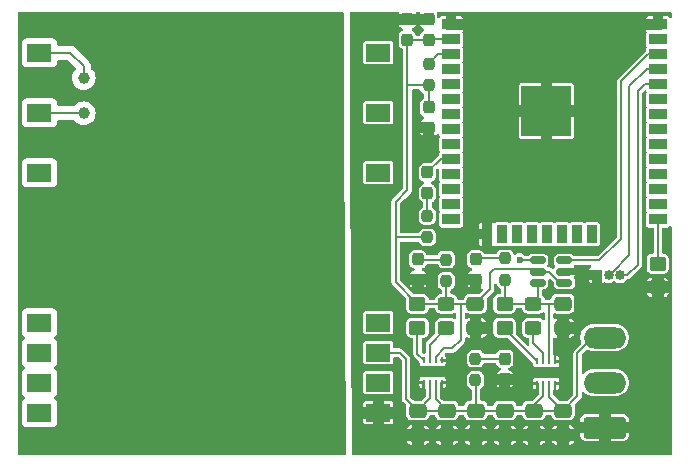
<source format=gbr>
%TF.GenerationSoftware,KiCad,Pcbnew,8.0.6*%
%TF.CreationDate,2025-02-11T20:42:11+01:00*%
%TF.ProjectId,KWLcontrol,4b574c63-6f6e-4747-926f-6c2e6b696361,rev?*%
%TF.SameCoordinates,Original*%
%TF.FileFunction,Copper,L1,Top*%
%TF.FilePolarity,Positive*%
%FSLAX46Y46*%
G04 Gerber Fmt 4.6, Leading zero omitted, Abs format (unit mm)*
G04 Created by KiCad (PCBNEW 8.0.6) date 2025-02-11 20:42:11*
%MOMM*%
%LPD*%
G01*
G04 APERTURE LIST*
G04 Aperture macros list*
%AMRoundRect*
0 Rectangle with rounded corners*
0 $1 Rounding radius*
0 $2 $3 $4 $5 $6 $7 $8 $9 X,Y pos of 4 corners*
0 Add a 4 corners polygon primitive as box body*
4,1,4,$2,$3,$4,$5,$6,$7,$8,$9,$2,$3,0*
0 Add four circle primitives for the rounded corners*
1,1,$1+$1,$2,$3*
1,1,$1+$1,$4,$5*
1,1,$1+$1,$6,$7*
1,1,$1+$1,$8,$9*
0 Add four rect primitives between the rounded corners*
20,1,$1+$1,$2,$3,$4,$5,0*
20,1,$1+$1,$4,$5,$6,$7,0*
20,1,$1+$1,$6,$7,$8,$9,0*
20,1,$1+$1,$8,$9,$2,$3,0*%
G04 Aperture macros list end*
%TA.AperFunction,SMDPad,CuDef*%
%ADD10R,2.030000X1.500000*%
%TD*%
%TA.AperFunction,SMDPad,CuDef*%
%ADD11RoundRect,0.250000X-0.450000X0.350000X-0.450000X-0.350000X0.450000X-0.350000X0.450000X0.350000X0*%
%TD*%
%TA.AperFunction,SMDPad,CuDef*%
%ADD12RoundRect,0.237500X-0.237500X0.287500X-0.237500X-0.287500X0.237500X-0.287500X0.237500X0.287500X0*%
%TD*%
%TA.AperFunction,SMDPad,CuDef*%
%ADD13RoundRect,0.250000X-0.475000X0.337500X-0.475000X-0.337500X0.475000X-0.337500X0.475000X0.337500X0*%
%TD*%
%TA.AperFunction,SMDPad,CuDef*%
%ADD14RoundRect,0.237500X0.237500X-0.300000X0.237500X0.300000X-0.237500X0.300000X-0.237500X-0.300000X0*%
%TD*%
%TA.AperFunction,SMDPad,CuDef*%
%ADD15RoundRect,0.237500X0.237500X-0.287500X0.237500X0.287500X-0.237500X0.287500X-0.237500X-0.287500X0*%
%TD*%
%TA.AperFunction,ComponentPad*%
%ADD16RoundRect,0.250000X1.550000X-0.650000X1.550000X0.650000X-1.550000X0.650000X-1.550000X-0.650000X0*%
%TD*%
%TA.AperFunction,ComponentPad*%
%ADD17O,3.600000X1.800000*%
%TD*%
%TA.AperFunction,ComponentPad*%
%ADD18R,0.850000X0.850000*%
%TD*%
%TA.AperFunction,ComponentPad*%
%ADD19O,0.850000X0.850000*%
%TD*%
%TA.AperFunction,SMDPad,CuDef*%
%ADD20RoundRect,0.250000X0.475000X-0.337500X0.475000X0.337500X-0.475000X0.337500X-0.475000X-0.337500X0*%
%TD*%
%TA.AperFunction,SMDPad,CuDef*%
%ADD21RoundRect,0.062500X0.062500X-0.187500X0.062500X0.187500X-0.062500X0.187500X-0.062500X-0.187500X0*%
%TD*%
%TA.AperFunction,ComponentPad*%
%ADD22C,0.600000*%
%TD*%
%TA.AperFunction,SMDPad,CuDef*%
%ADD23R,1.600000X0.900000*%
%TD*%
%TA.AperFunction,SMDPad,CuDef*%
%ADD24RoundRect,0.237500X0.237500X-0.250000X0.237500X0.250000X-0.237500X0.250000X-0.237500X-0.250000X0*%
%TD*%
%TA.AperFunction,SMDPad,CuDef*%
%ADD25RoundRect,0.250000X0.450000X-0.325000X0.450000X0.325000X-0.450000X0.325000X-0.450000X-0.325000X0*%
%TD*%
%TA.AperFunction,SMDPad,CuDef*%
%ADD26RoundRect,0.150000X0.512500X0.150000X-0.512500X0.150000X-0.512500X-0.150000X0.512500X-0.150000X0*%
%TD*%
%TA.AperFunction,SMDPad,CuDef*%
%ADD27R,1.500000X0.900000*%
%TD*%
%TA.AperFunction,SMDPad,CuDef*%
%ADD28R,0.900000X1.500000*%
%TD*%
%TA.AperFunction,SMDPad,CuDef*%
%ADD29R,1.050000X1.050000*%
%TD*%
%TA.AperFunction,HeatsinkPad*%
%ADD30C,0.600000*%
%TD*%
%TA.AperFunction,SMDPad,CuDef*%
%ADD31R,4.200000X4.200000*%
%TD*%
%TA.AperFunction,ViaPad*%
%ADD32C,1.000000*%
%TD*%
%TA.AperFunction,ViaPad*%
%ADD33C,0.600000*%
%TD*%
%TA.AperFunction,Conductor*%
%ADD34C,0.200000*%
%TD*%
G04 APERTURE END LIST*
D10*
%TO.P,PS1,1,AC/L*%
%TO.N,/AC_L*%
X113650000Y-112260000D03*
%TO.P,PS1,3,AC/N*%
%TO.N,/AC_N*%
X113650000Y-117340000D03*
%TO.P,PS1,5*%
%TO.N,N/C*%
X113650000Y-122420000D03*
%TO.P,PS1,10*%
X113650000Y-135120000D03*
%TO.P,PS1,11*%
X113650000Y-137660000D03*
%TO.P,PS1,12*%
X113650000Y-140200000D03*
%TO.P,PS1,13*%
X113650000Y-142740000D03*
%TO.P,PS1,14,-Vo*%
%TO.N,GNDREF*%
X142350000Y-142740000D03*
%TO.P,PS1,15*%
%TO.N,N/C*%
X142350000Y-140200000D03*
%TO.P,PS1,16,+Vo*%
%TO.N,+12V*%
X142350000Y-137660000D03*
%TO.P,PS1,17*%
%TO.N,N/C*%
X142350000Y-135120000D03*
%TO.P,PS1,22*%
X142350000Y-122420000D03*
%TO.P,PS1,24*%
X142350000Y-117340000D03*
%TO.P,PS1,26*%
X142350000Y-112260000D03*
%TD*%
D11*
%TO.P,R1,1*%
%TO.N,+5V*%
X153036000Y-133550000D03*
%TO.P,R1,2*%
%TO.N,Net-(U3-PG)*%
X153036000Y-135550000D03*
%TD*%
D12*
%TO.P,D4,1,K*%
%TO.N,Net-(D4-K)*%
X146500000Y-122400000D03*
%TO.P,D4,2,A*%
%TO.N,Net-(D4-A)*%
X146500000Y-124150000D03*
%TD*%
D13*
%TO.P,C2,1*%
%TO.N,+3.3V*%
X150564000Y-133512500D03*
%TO.P,C2,2*%
%TO.N,GNDREF*%
X150564000Y-135587500D03*
%TD*%
D14*
%TO.P,C3,1*%
%TO.N,+3.3V*%
X144800000Y-111162500D03*
%TO.P,C3,2*%
%TO.N,GNDREF*%
X144800000Y-109437500D03*
%TD*%
D15*
%TO.P,D1,1,K*%
%TO.N,GNDREF*%
X153036000Y-139927500D03*
%TO.P,D1,2,A*%
%TO.N,Net-(D1-A)*%
X153036000Y-138177500D03*
%TD*%
D16*
%TO.P,J2,1,Pin_1*%
%TO.N,GNDREF*%
X161500000Y-144000000D03*
D17*
%TO.P,J2,2,Pin_2*%
%TO.N,Net-(J2-Pin_2)*%
X161500000Y-140190000D03*
%TO.P,J2,3,Pin_3*%
%TO.N,+12V*%
X161500000Y-136380000D03*
%TD*%
D18*
%TO.P,J3,1,Pin_1*%
%TO.N,GNDREF*%
X160830000Y-131100000D03*
D19*
%TO.P,J3,2,Pin_2*%
%TO.N,Net-(J3-Pin_2)*%
X161830000Y-131100000D03*
%TO.P,J3,3,Pin_3*%
%TO.N,Net-(J3-Pin_3)*%
X162830000Y-131100000D03*
%TD*%
D11*
%TO.P,R2,1*%
%TO.N,+3.3V*%
X145650000Y-133550000D03*
%TO.P,R2,2*%
%TO.N,Net-(U2-PG)*%
X145650000Y-135550000D03*
%TD*%
D20*
%TO.P,C5,1*%
%TO.N,GNDREF*%
X145680000Y-144637500D03*
%TO.P,C5,2*%
%TO.N,+12V*%
X145680000Y-142562500D03*
%TD*%
D21*
%TO.P,U2,1,PGND*%
%TO.N,GNDREF*%
X146200000Y-140200000D03*
%TO.P,U2,2,VIN*%
%TO.N,+12V*%
X146700000Y-140200000D03*
%TO.P,U2,3,EN*%
X147200000Y-140200000D03*
%TO.P,U2,4,AGND*%
%TO.N,GNDREF*%
X147700000Y-140200000D03*
%TO.P,U2,5,FB*%
X147700000Y-138300000D03*
%TO.P,U2,6,VOS*%
%TO.N,+3.3V*%
X147200000Y-138300000D03*
%TO.P,U2,7,SW*%
%TO.N,Net-(U2-SW)*%
X146700000Y-138300000D03*
%TO.P,U2,8,PG*%
%TO.N,Net-(U2-PG)*%
X146200000Y-138300000D03*
D22*
%TO.P,U2,9,PAD*%
%TO.N,GNDREF*%
X146450000Y-139250000D03*
D23*
X146950000Y-139250000D03*
D22*
X147450000Y-139250000D03*
%TD*%
D24*
%TO.P,R6,1*%
%TO.N,+5V*%
X153100000Y-131500000D03*
%TO.P,R6,2*%
%TO.N,Net-(D2-A)*%
X153100000Y-129675000D03*
%TD*%
D20*
%TO.P,C8,1*%
%TO.N,GNDREF*%
X157980000Y-144637500D03*
%TO.P,C8,2*%
%TO.N,+12V*%
X157980000Y-142562500D03*
%TD*%
D24*
%TO.P,R4,1*%
%TO.N,+3.3V*%
X146600000Y-115025000D03*
%TO.P,R4,2*%
%TO.N,Net-(U1-EN)*%
X146600000Y-113200000D03*
%TD*%
D20*
%TO.P,C6,1*%
%TO.N,GNDREF*%
X148140000Y-144637500D03*
%TO.P,C6,2*%
%TO.N,+12V*%
X148140000Y-142562500D03*
%TD*%
D21*
%TO.P,U3,1,PGND*%
%TO.N,GNDREF*%
X155800000Y-140300000D03*
%TO.P,U3,2,VIN*%
%TO.N,+12V*%
X156300000Y-140300000D03*
%TO.P,U3,3,EN*%
X156800000Y-140300000D03*
%TO.P,U3,4,AGND*%
%TO.N,GNDREF*%
X157300000Y-140300000D03*
%TO.P,U3,5,FB*%
X157300000Y-138400000D03*
%TO.P,U3,6,VOS*%
%TO.N,+5V*%
X156800000Y-138400000D03*
%TO.P,U3,7,SW*%
%TO.N,Net-(U3-SW)*%
X156300000Y-138400000D03*
%TO.P,U3,8,PG*%
%TO.N,Net-(U3-PG)*%
X155800000Y-138400000D03*
D22*
%TO.P,U3,9,PAD*%
%TO.N,GNDREF*%
X156050000Y-139350000D03*
D23*
X156550000Y-139350000D03*
D22*
X157050000Y-139350000D03*
%TD*%
D20*
%TO.P,C10,1*%
%TO.N,GNDREF*%
X153060000Y-144637500D03*
%TO.P,C10,2*%
%TO.N,+12V*%
X153060000Y-142562500D03*
%TD*%
D25*
%TO.P,L2,1,1*%
%TO.N,Net-(U2-SW)*%
X148092000Y-135575000D03*
%TO.P,L2,2,2*%
%TO.N,+3.3V*%
X148092000Y-133525000D03*
%TD*%
D14*
%TO.P,C9,1*%
%TO.N,GNDREF*%
X146600000Y-118625000D03*
%TO.P,C9,2*%
%TO.N,+3.3V*%
X146600000Y-116900000D03*
%TD*%
D24*
%TO.P,R5,1*%
%TO.N,+12V*%
X150564000Y-139987500D03*
%TO.P,R5,2*%
%TO.N,Net-(D1-A)*%
X150564000Y-138162500D03*
%TD*%
D25*
%TO.P,L1,1,1*%
%TO.N,Net-(U3-SW)*%
X155478000Y-135575000D03*
%TO.P,L1,2,2*%
%TO.N,+5V*%
X155478000Y-133525000D03*
%TD*%
D20*
%TO.P,C11,1*%
%TO.N,GNDREF*%
X155520000Y-144637500D03*
%TO.P,C11,2*%
%TO.N,+12V*%
X155520000Y-142562500D03*
%TD*%
D26*
%TO.P,U4,1,V_{CCA}*%
%TO.N,+3.3V*%
X158100000Y-131750000D03*
%TO.P,U4,2,GND*%
%TO.N,GNDREF*%
X158100000Y-130800000D03*
%TO.P,U4,3,A*%
%TO.N,/FAN_PWM*%
X158100000Y-129850000D03*
%TO.P,U4,4,B*%
%TO.N,Net-(J2-Pin_2)*%
X155825000Y-129850000D03*
%TO.P,U4,5,OE*%
%TO.N,+3.3V*%
X155825000Y-130800000D03*
%TO.P,U4,6,V_{CCB}*%
%TO.N,+5V*%
X155825000Y-131750000D03*
%TD*%
D14*
%TO.P,C4,1*%
%TO.N,+3.3V*%
X146600000Y-111162500D03*
%TO.P,C4,2*%
%TO.N,GNDREF*%
X146600000Y-109437500D03*
%TD*%
D24*
%TO.P,R7,1*%
%TO.N,+3.3V*%
X148100000Y-131600000D03*
%TO.P,R7,2*%
%TO.N,Net-(D3-A)*%
X148100000Y-129775000D03*
%TD*%
D15*
%TO.P,D2,1,K*%
%TO.N,GNDREF*%
X150600000Y-131500000D03*
%TO.P,D2,2,A*%
%TO.N,Net-(D2-A)*%
X150600000Y-129750000D03*
%TD*%
D20*
%TO.P,C7,1*%
%TO.N,GNDREF*%
X150600000Y-144637500D03*
%TO.P,C7,2*%
%TO.N,+12V*%
X150600000Y-142562500D03*
%TD*%
D24*
%TO.P,R8,1*%
%TO.N,+3.3V*%
X146500000Y-127900000D03*
%TO.P,R8,2*%
%TO.N,Net-(D4-A)*%
X146500000Y-126075000D03*
%TD*%
D15*
%TO.P,D3,1,K*%
%TO.N,GNDREF*%
X145700000Y-131500000D03*
%TO.P,D3,2,A*%
%TO.N,Net-(D3-A)*%
X145700000Y-129750000D03*
%TD*%
D11*
%TO.P,R3,1*%
%TO.N,Net-(U1-IO0)*%
X166000000Y-130130000D03*
%TO.P,R3,2*%
%TO.N,GNDREF*%
X166000000Y-132130000D03*
%TD*%
D13*
%TO.P,C1,1*%
%TO.N,+5V*%
X157950000Y-133512500D03*
%TO.P,C1,2*%
%TO.N,GNDREF*%
X157950000Y-135587500D03*
%TD*%
D27*
%TO.P,U1,1,GND*%
%TO.N,GNDREF*%
X148505000Y-109860000D03*
%TO.P,U1,2,VDD*%
%TO.N,+3.3V*%
X148505000Y-111130000D03*
%TO.P,U1,3,EN*%
%TO.N,Net-(U1-EN)*%
X148505000Y-112400000D03*
%TO.P,U1,4,SENSOR_VP*%
%TO.N,unconnected-(U1-SENSOR_VP-Pad4)*%
X148505000Y-113670000D03*
%TO.P,U1,5,SENSOR_VN*%
%TO.N,unconnected-(U1-SENSOR_VN-Pad5)*%
X148505000Y-114940000D03*
%TO.P,U1,6,IO34*%
%TO.N,unconnected-(U1-IO34-Pad6)*%
X148505000Y-116210000D03*
%TO.P,U1,7,IO35*%
%TO.N,unconnected-(U1-IO35-Pad7)*%
X148505000Y-117480000D03*
%TO.P,U1,8,IO32*%
%TO.N,unconnected-(U1-IO32-Pad8)*%
X148505000Y-118750000D03*
%TO.P,U1,9,IO33*%
%TO.N,unconnected-(U1-IO33-Pad9)*%
X148505000Y-120020000D03*
%TO.P,U1,10,IO25*%
%TO.N,Net-(D4-K)*%
X148505000Y-121290000D03*
%TO.P,U1,11,IO26*%
%TO.N,unconnected-(U1-IO26-Pad11)*%
X148505000Y-122560000D03*
%TO.P,U1,12,IO27*%
%TO.N,unconnected-(U1-IO27-Pad12)*%
X148505000Y-123830000D03*
%TO.P,U1,13,IO14*%
%TO.N,unconnected-(U1-IO14-Pad13)*%
X148505000Y-125100000D03*
%TO.P,U1,14,IO12*%
%TO.N,unconnected-(U1-IO12-Pad14)*%
X148505000Y-126370000D03*
D28*
%TO.P,U1,15,GND*%
%TO.N,GNDREF*%
X151545000Y-127620000D03*
%TO.P,U1,16,IO13*%
%TO.N,unconnected-(U1-IO13-Pad16)*%
X152815000Y-127620000D03*
%TO.P,U1,17,SHD/SD2*%
%TO.N,unconnected-(U1-SHD{slash}SD2-Pad17)*%
X154085000Y-127620000D03*
%TO.P,U1,18,SWP/SD3*%
%TO.N,unconnected-(U1-SWP{slash}SD3-Pad18)*%
X155355000Y-127620000D03*
%TO.P,U1,19,SCS/CMD*%
%TO.N,unconnected-(U1-SCS{slash}CMD-Pad19)*%
X156625000Y-127620000D03*
%TO.P,U1,20,SCK/CLK*%
%TO.N,unconnected-(U1-SCK{slash}CLK-Pad20)*%
X157895000Y-127620000D03*
%TO.P,U1,21,SDO/SD0*%
%TO.N,unconnected-(U1-SDO{slash}SD0-Pad21)*%
X159165000Y-127620000D03*
%TO.P,U1,22,SDI/SD1*%
%TO.N,unconnected-(U1-SDI{slash}SD1-Pad22)*%
X160435000Y-127620000D03*
D27*
%TO.P,U1,25,IO0*%
%TO.N,Net-(U1-IO0)*%
X166005000Y-126370000D03*
%TO.P,U1,26,IO4*%
%TO.N,unconnected-(U1-IO4-Pad26)*%
X166005000Y-125100000D03*
%TO.P,U1,27,IO16*%
%TO.N,unconnected-(U1-IO16-Pad27)*%
X166005000Y-123830000D03*
%TO.P,U1,28,IO17*%
%TO.N,unconnected-(U1-IO17-Pad28)*%
X166005000Y-122560000D03*
%TO.P,U1,29,IO5*%
%TO.N,unconnected-(U1-IO5-Pad29)*%
X166005000Y-121290000D03*
%TO.P,U1,30,IO18*%
%TO.N,unconnected-(U1-IO18-Pad30)*%
X166005000Y-120020000D03*
%TO.P,U1,31,IO19*%
%TO.N,unconnected-(U1-IO19-Pad31)*%
X166005000Y-118750000D03*
%TO.P,U1,32,NC*%
%TO.N,unconnected-(U1-NC-Pad32)*%
X166005000Y-117480000D03*
%TO.P,U1,33,IO21*%
%TO.N,unconnected-(U1-IO21-Pad33)*%
X166005000Y-116210000D03*
%TO.P,U1,34,RXD0/IO3*%
%TO.N,Net-(J3-Pin_3)*%
X166005000Y-114940000D03*
%TO.P,U1,35,TXD0/IO1*%
%TO.N,Net-(J3-Pin_2)*%
X166005000Y-113670000D03*
%TO.P,U1,36,IO22*%
%TO.N,/FAN_PWM*%
X166005000Y-112400000D03*
%TO.P,U1,37,IO23*%
%TO.N,unconnected-(U1-IO23-Pad37)*%
X166005000Y-111130000D03*
%TO.P,U1,38,GND*%
%TO.N,GNDREF*%
X166005000Y-109860000D03*
D29*
%TO.P,U1,39,GND*%
X155050000Y-115675000D03*
D30*
X155050000Y-116437500D03*
D29*
X155050000Y-117200000D03*
D30*
X155050000Y-117962500D03*
D29*
X155050000Y-118725000D03*
D30*
X155812500Y-115675000D03*
X155812500Y-117200000D03*
X155812500Y-118725000D03*
D29*
X156575000Y-115675000D03*
D30*
X156575000Y-116437500D03*
D29*
X156575000Y-117200000D03*
D31*
X156575000Y-117200000D03*
D30*
X156575000Y-117962500D03*
D29*
X156575000Y-118725000D03*
D30*
X157337500Y-115675000D03*
X157337500Y-117200000D03*
X157337500Y-118725000D03*
D29*
X158100000Y-115675000D03*
D30*
X158100000Y-116437500D03*
D29*
X158100000Y-117200000D03*
D30*
X158100000Y-117962500D03*
D29*
X158100000Y-118725000D03*
%TD*%
D32*
%TO.N,/AC_L*%
X117400000Y-114400000D03*
%TO.N,/AC_N*%
X117400000Y-117400000D03*
%TO.N,GNDREF*%
X142400000Y-145000000D03*
X151900000Y-141100000D03*
X141800000Y-109700000D03*
X146600000Y-120600000D03*
X163800000Y-109900000D03*
%TO.N,/AC_PE*%
X117400000Y-120400000D03*
D33*
%TO.N,Net-(J2-Pin_2)*%
X154300000Y-129800000D03*
%TD*%
D34*
%TO.N,/AC_L*%
X117400000Y-114400000D02*
X117400000Y-113400000D01*
X117400000Y-113400000D02*
X116260000Y-112260000D01*
X116260000Y-112260000D02*
X113650000Y-112260000D01*
%TO.N,/AC_N*%
X113650000Y-117340000D02*
X117340000Y-117340000D01*
X117340000Y-117340000D02*
X117400000Y-117400000D01*
%TO.N,+12V*%
X157980000Y-142562500D02*
X145680000Y-142562500D01*
X145680000Y-142562500D02*
X144700000Y-141582500D01*
X156800000Y-140300000D02*
X156800000Y-141382500D01*
X159200000Y-141342500D02*
X159200000Y-137700000D01*
X146700000Y-141542500D02*
X145680000Y-142562500D01*
X147200000Y-141622500D02*
X148140000Y-142562500D01*
X156300000Y-140300000D02*
X156300000Y-141300000D01*
X156300000Y-141300000D02*
X155520000Y-142080000D01*
X150600000Y-142562500D02*
X150600000Y-140023500D01*
X144160000Y-137660000D02*
X142350000Y-137660000D01*
X159200000Y-137700000D02*
X160100000Y-136800000D01*
X146700000Y-140200000D02*
X146700000Y-141542500D01*
X144700000Y-138200000D02*
X144160000Y-137660000D01*
X150600000Y-140023500D02*
X150564000Y-139987500D01*
X156800000Y-141382500D02*
X157980000Y-142562500D01*
X144700000Y-141582500D02*
X144700000Y-138200000D01*
X155520000Y-142080000D02*
X155520000Y-142562500D01*
X160100000Y-136800000D02*
X163000000Y-136800000D01*
X157980000Y-142562500D02*
X159200000Y-141342500D01*
X147200000Y-140200000D02*
X147200000Y-141622500D01*
%TO.N,+5V*%
X155825000Y-133178000D02*
X155478000Y-133525000D01*
X156800000Y-133512500D02*
X153073500Y-133512500D01*
X157950000Y-133512500D02*
X156800000Y-133512500D01*
X156800000Y-138400000D02*
X156800000Y-133512500D01*
X153073500Y-133512500D02*
X153036000Y-133550000D01*
X153100000Y-131500000D02*
X153100000Y-133486000D01*
X155825000Y-131750000D02*
X155825000Y-133178000D01*
X153100000Y-133486000D02*
X153036000Y-133550000D01*
%TO.N,Net-(U2-PG)*%
X145650000Y-135550000D02*
X145650000Y-137750000D01*
X145650000Y-137750000D02*
X146200000Y-138300000D01*
%TO.N,Net-(U2-SW)*%
X148092000Y-135575000D02*
X148092000Y-135608000D01*
X148092000Y-135608000D02*
X146700000Y-137000000D01*
X146700000Y-137000000D02*
X146700000Y-138300000D01*
%TO.N,+3.3V*%
X148600000Y-137300000D02*
X147935614Y-137300000D01*
X149300000Y-133525000D02*
X149300000Y-136600000D01*
X148092000Y-133525000D02*
X150551500Y-133525000D01*
X157746948Y-131750000D02*
X156796948Y-130800000D01*
X145650000Y-133550000D02*
X143800000Y-131700000D01*
X143800000Y-127900000D02*
X143800000Y-124900000D01*
X144800000Y-114800000D02*
X144800000Y-111162500D01*
X146600000Y-115025000D02*
X144800000Y-115025000D01*
X152100000Y-130600000D02*
X151800000Y-130900000D01*
X151800000Y-132276500D02*
X150564000Y-133512500D01*
X147935614Y-137300000D02*
X147200000Y-138035614D01*
X146600000Y-115025000D02*
X146600000Y-116900000D01*
X146600000Y-111162500D02*
X144800000Y-111162500D01*
X155625000Y-130600000D02*
X152100000Y-130600000D01*
X146632500Y-111130000D02*
X146600000Y-111162500D01*
X155825000Y-130800000D02*
X155625000Y-130600000D01*
X148092000Y-133525000D02*
X145675000Y-133525000D01*
X148100000Y-131600000D02*
X148100000Y-133517000D01*
X149300000Y-136600000D02*
X148600000Y-137300000D01*
X145675000Y-133525000D02*
X145650000Y-133550000D01*
X148505000Y-111130000D02*
X146632500Y-111130000D01*
X143800000Y-124900000D02*
X144800000Y-123900000D01*
X158100000Y-131750000D02*
X157746948Y-131750000D01*
X144800000Y-115025000D02*
X144800000Y-114800000D01*
X156796948Y-130800000D02*
X155825000Y-130800000D01*
X150551500Y-133525000D02*
X150564000Y-133512500D01*
X148104500Y-133512500D02*
X148092000Y-133525000D01*
X146500000Y-127900000D02*
X143800000Y-127900000D01*
X143800000Y-131700000D02*
X143800000Y-127900000D01*
X144800000Y-123900000D02*
X144800000Y-114800000D01*
X148100000Y-133517000D02*
X148092000Y-133525000D01*
X147200000Y-138035614D02*
X147200000Y-138300000D01*
X151800000Y-130900000D02*
X151800000Y-132276500D01*
%TO.N,Net-(U3-SW)*%
X155478000Y-136878000D02*
X156300000Y-137700000D01*
X155478000Y-135575000D02*
X155478000Y-136878000D01*
X156300000Y-137700000D02*
X156300000Y-138400000D01*
%TO.N,Net-(U3-PG)*%
X153036000Y-135636000D02*
X155800000Y-138400000D01*
X153036000Y-135550000D02*
X153036000Y-135636000D01*
%TO.N,Net-(J2-Pin_2)*%
X154300000Y-129800000D02*
X154350000Y-129850000D01*
X154350000Y-129850000D02*
X155825000Y-129850000D01*
%TO.N,Net-(J3-Pin_2)*%
X166015000Y-113660000D02*
X166005000Y-113670000D01*
X163600000Y-129400000D02*
X162100000Y-130900000D01*
X163600000Y-115125000D02*
X163600000Y-129400000D01*
X166005000Y-113670000D02*
X165055000Y-113670000D01*
X162100000Y-130900000D02*
X162100000Y-131100000D01*
X165055000Y-113670000D02*
X163600000Y-115125000D01*
%TO.N,Net-(U1-IO0)*%
X166005000Y-126370000D02*
X166005000Y-130125000D01*
X166005000Y-130125000D02*
X166000000Y-130130000D01*
%TO.N,/FAN_PWM*%
X165200000Y-112400000D02*
X162900000Y-114700000D01*
X162900000Y-128000000D02*
X161050000Y-129850000D01*
X162900000Y-114700000D02*
X162900000Y-128000000D01*
X166005000Y-112400000D02*
X165200000Y-112400000D01*
X161050000Y-129850000D02*
X158100000Y-129850000D01*
%TO.N,Net-(U1-EN)*%
X148505000Y-112400000D02*
X147400000Y-112400000D01*
X148467500Y-112362500D02*
X148505000Y-112400000D01*
X147400000Y-112400000D02*
X146600000Y-113200000D01*
%TO.N,Net-(D1-A)*%
X150564000Y-138162500D02*
X153021000Y-138162500D01*
X153021000Y-138162500D02*
X153036000Y-138177500D01*
%TO.N,Net-(D2-A)*%
X150675000Y-129675000D02*
X150600000Y-129750000D01*
X153100000Y-129675000D02*
X150675000Y-129675000D01*
%TO.N,Net-(D3-A)*%
X148100000Y-129775000D02*
X145725000Y-129775000D01*
X145725000Y-129775000D02*
X145700000Y-129750000D01*
%TO.N,Net-(J3-Pin_3)*%
X164300000Y-130200000D02*
X163400000Y-131100000D01*
X166005000Y-114940000D02*
X164890000Y-114940000D01*
X163400000Y-131100000D02*
X162830000Y-131100000D01*
X164890000Y-114940000D02*
X164300000Y-115530000D01*
X164300000Y-115530000D02*
X164300000Y-130200000D01*
%TO.N,Net-(D4-K)*%
X147610000Y-121290000D02*
X148505000Y-121290000D01*
X146500000Y-122400000D02*
X147610000Y-121290000D01*
%TO.N,Net-(D4-A)*%
X146500000Y-124150000D02*
X146500000Y-126075000D01*
%TD*%
%TA.AperFunction,Conductor*%
%TO.N,/AC_PE*%
G36*
X139340776Y-108820185D02*
G01*
X139386531Y-108872989D01*
X139397735Y-108923856D01*
X139397755Y-108927767D01*
X139397755Y-108927770D01*
X139407455Y-110795023D01*
X139407859Y-110872724D01*
X139411055Y-111487947D01*
X139417637Y-112755000D01*
X139418741Y-112967500D01*
X139429436Y-115026299D01*
X139437444Y-116567947D01*
X139437667Y-116610874D01*
X139444026Y-117835000D01*
X139463834Y-121647947D01*
X139470416Y-122915000D01*
X139475401Y-123874649D01*
X139485589Y-125835874D01*
X139496319Y-127901299D01*
X139507353Y-130025349D01*
X139516786Y-131841239D01*
X139520836Y-132620936D01*
X139527454Y-133894999D01*
X139529807Y-134347947D01*
X139536389Y-135615000D01*
X139537852Y-135896528D01*
X139540100Y-136329230D01*
X139549584Y-138155000D01*
X139550211Y-138275722D01*
X139550831Y-138395000D01*
X139550831Y-138395001D01*
X139556197Y-139427947D01*
X139562779Y-140695000D01*
X139569392Y-141967997D01*
X139570609Y-142202287D01*
X139577440Y-143517254D01*
X139579883Y-143987560D01*
X139580676Y-144140126D01*
X139580676Y-144140127D01*
X139583584Y-144700083D01*
X139583584Y-144700148D01*
X139585870Y-145140126D01*
X139587590Y-145471224D01*
X139591246Y-146174856D01*
X139571910Y-146241997D01*
X139519345Y-146288025D01*
X139467248Y-146299500D01*
X111924500Y-146299500D01*
X111857461Y-146279815D01*
X111811706Y-146227011D01*
X111800500Y-146175500D01*
X111800500Y-134322135D01*
X112134500Y-134322135D01*
X112134500Y-135917870D01*
X112134501Y-135917876D01*
X112140908Y-135977483D01*
X112191202Y-136112328D01*
X112191206Y-136112335D01*
X112277452Y-136227544D01*
X112277455Y-136227547D01*
X112361861Y-136290734D01*
X112403732Y-136346668D01*
X112408716Y-136416359D01*
X112375230Y-136477682D01*
X112361861Y-136489266D01*
X112277455Y-136552452D01*
X112277452Y-136552455D01*
X112191206Y-136667664D01*
X112191202Y-136667671D01*
X112140908Y-136802517D01*
X112134501Y-136862116D01*
X112134501Y-136862123D01*
X112134500Y-136862135D01*
X112134500Y-138457870D01*
X112134501Y-138457876D01*
X112140908Y-138517483D01*
X112191202Y-138652328D01*
X112191206Y-138652335D01*
X112277452Y-138767544D01*
X112277455Y-138767547D01*
X112361861Y-138830734D01*
X112403732Y-138886668D01*
X112408716Y-138956359D01*
X112375230Y-139017682D01*
X112361861Y-139029266D01*
X112277455Y-139092452D01*
X112277452Y-139092455D01*
X112191206Y-139207664D01*
X112191202Y-139207671D01*
X112140908Y-139342517D01*
X112134501Y-139402116D01*
X112134501Y-139402123D01*
X112134500Y-139402135D01*
X112134500Y-140997870D01*
X112134501Y-140997876D01*
X112140908Y-141057483D01*
X112191202Y-141192328D01*
X112191206Y-141192335D01*
X112277452Y-141307544D01*
X112277455Y-141307547D01*
X112361861Y-141370734D01*
X112403732Y-141426668D01*
X112408716Y-141496359D01*
X112375230Y-141557682D01*
X112361861Y-141569266D01*
X112277455Y-141632452D01*
X112277452Y-141632455D01*
X112191206Y-141747664D01*
X112191202Y-141747671D01*
X112140908Y-141882517D01*
X112134501Y-141942116D01*
X112134501Y-141942123D01*
X112134500Y-141942135D01*
X112134500Y-143537870D01*
X112134501Y-143537876D01*
X112140908Y-143597483D01*
X112191202Y-143732328D01*
X112191206Y-143732335D01*
X112277452Y-143847544D01*
X112277455Y-143847547D01*
X112392664Y-143933793D01*
X112392671Y-143933797D01*
X112527517Y-143984091D01*
X112527516Y-143984091D01*
X112534444Y-143984835D01*
X112587127Y-143990500D01*
X114712872Y-143990499D01*
X114772483Y-143984091D01*
X114907331Y-143933796D01*
X115022546Y-143847546D01*
X115108796Y-143732331D01*
X115159091Y-143597483D01*
X115165500Y-143537873D01*
X115165499Y-141942128D01*
X115159091Y-141882517D01*
X115124986Y-141791078D01*
X115108797Y-141747671D01*
X115108793Y-141747664D01*
X115022547Y-141632456D01*
X115022548Y-141632456D01*
X115022546Y-141632454D01*
X114938136Y-141569265D01*
X114896267Y-141513333D01*
X114891283Y-141443641D01*
X114924768Y-141382318D01*
X114938130Y-141370739D01*
X115022546Y-141307546D01*
X115108796Y-141192331D01*
X115159091Y-141057483D01*
X115165500Y-140997873D01*
X115165499Y-139402128D01*
X115159091Y-139342517D01*
X115108796Y-139207669D01*
X115108795Y-139207668D01*
X115108793Y-139207664D01*
X115022547Y-139092456D01*
X115022548Y-139092456D01*
X115022546Y-139092454D01*
X114938136Y-139029265D01*
X114896267Y-138973333D01*
X114891283Y-138903641D01*
X114924768Y-138842318D01*
X114938130Y-138830739D01*
X115022546Y-138767546D01*
X115108796Y-138652331D01*
X115159091Y-138517483D01*
X115165500Y-138457873D01*
X115165499Y-136862128D01*
X115159091Y-136802517D01*
X115158224Y-136800193D01*
X115108797Y-136667671D01*
X115108793Y-136667664D01*
X115022547Y-136552456D01*
X115022548Y-136552456D01*
X115022546Y-136552454D01*
X114938136Y-136489265D01*
X114896267Y-136433333D01*
X114891283Y-136363641D01*
X114924768Y-136302318D01*
X114938130Y-136290739D01*
X115022546Y-136227546D01*
X115108796Y-136112331D01*
X115159091Y-135977483D01*
X115165500Y-135917873D01*
X115165499Y-134322128D01*
X115159091Y-134262517D01*
X115108796Y-134127669D01*
X115108795Y-134127668D01*
X115108793Y-134127664D01*
X115022547Y-134012455D01*
X115022544Y-134012452D01*
X114907335Y-133926206D01*
X114907328Y-133926202D01*
X114772482Y-133875908D01*
X114772483Y-133875908D01*
X114712883Y-133869501D01*
X114712881Y-133869500D01*
X114712873Y-133869500D01*
X114712864Y-133869500D01*
X112587129Y-133869500D01*
X112587123Y-133869501D01*
X112527516Y-133875908D01*
X112392671Y-133926202D01*
X112392664Y-133926206D01*
X112277455Y-134012452D01*
X112277452Y-134012455D01*
X112191206Y-134127664D01*
X112191202Y-134127671D01*
X112140908Y-134262517D01*
X112134501Y-134322116D01*
X112134501Y-134322123D01*
X112134500Y-134322135D01*
X111800500Y-134322135D01*
X111800500Y-121622135D01*
X112134500Y-121622135D01*
X112134500Y-123217870D01*
X112134501Y-123217876D01*
X112140908Y-123277483D01*
X112191202Y-123412328D01*
X112191206Y-123412335D01*
X112277452Y-123527544D01*
X112277455Y-123527547D01*
X112392664Y-123613793D01*
X112392671Y-123613797D01*
X112527517Y-123664091D01*
X112527516Y-123664091D01*
X112534444Y-123664835D01*
X112587127Y-123670500D01*
X114712872Y-123670499D01*
X114772483Y-123664091D01*
X114907331Y-123613796D01*
X115022546Y-123527546D01*
X115108796Y-123412331D01*
X115159091Y-123277483D01*
X115165500Y-123217873D01*
X115165499Y-121622128D01*
X115159091Y-121562517D01*
X115108796Y-121427669D01*
X115108795Y-121427668D01*
X115108793Y-121427664D01*
X115022547Y-121312455D01*
X115022544Y-121312452D01*
X114907335Y-121226206D01*
X114907328Y-121226202D01*
X114772482Y-121175908D01*
X114772483Y-121175908D01*
X114712883Y-121169501D01*
X114712881Y-121169500D01*
X114712873Y-121169500D01*
X114712864Y-121169500D01*
X112587129Y-121169500D01*
X112587123Y-121169501D01*
X112527516Y-121175908D01*
X112392671Y-121226202D01*
X112392664Y-121226206D01*
X112277455Y-121312452D01*
X112277452Y-121312455D01*
X112191206Y-121427664D01*
X112191202Y-121427671D01*
X112140908Y-121562517D01*
X112136800Y-121600732D01*
X112134501Y-121622123D01*
X112134500Y-121622135D01*
X111800500Y-121622135D01*
X111800500Y-116542135D01*
X112134500Y-116542135D01*
X112134500Y-118137870D01*
X112134501Y-118137876D01*
X112140908Y-118197483D01*
X112191202Y-118332328D01*
X112191206Y-118332335D01*
X112277452Y-118447544D01*
X112277455Y-118447547D01*
X112392664Y-118533793D01*
X112392671Y-118533797D01*
X112527517Y-118584091D01*
X112527516Y-118584091D01*
X112534444Y-118584835D01*
X112587127Y-118590500D01*
X114712872Y-118590499D01*
X114772483Y-118584091D01*
X114907331Y-118533796D01*
X115022546Y-118447546D01*
X115108796Y-118332331D01*
X115159091Y-118197483D01*
X115165500Y-118137873D01*
X115165500Y-118064500D01*
X115185185Y-117997461D01*
X115237989Y-117951706D01*
X115289500Y-117940500D01*
X116490639Y-117940500D01*
X116557678Y-117960185D01*
X116586492Y-117985835D01*
X116689116Y-118110883D01*
X116841460Y-118235909D01*
X116841467Y-118235913D01*
X117015266Y-118328811D01*
X117015269Y-118328811D01*
X117015273Y-118328814D01*
X117203868Y-118386024D01*
X117400000Y-118405341D01*
X117596132Y-118386024D01*
X117784727Y-118328814D01*
X117958538Y-118235910D01*
X118110883Y-118110883D01*
X118235910Y-117958538D01*
X118282362Y-117871632D01*
X118328811Y-117784733D01*
X118328811Y-117784732D01*
X118328814Y-117784727D01*
X118386024Y-117596132D01*
X118405341Y-117400000D01*
X118386024Y-117203868D01*
X118328814Y-117015273D01*
X118328811Y-117015269D01*
X118328811Y-117015266D01*
X118235913Y-116841467D01*
X118235909Y-116841460D01*
X118110883Y-116689116D01*
X117958539Y-116564090D01*
X117958532Y-116564086D01*
X117784733Y-116471188D01*
X117784727Y-116471186D01*
X117596132Y-116413976D01*
X117596129Y-116413975D01*
X117400000Y-116394659D01*
X117203870Y-116413975D01*
X117015266Y-116471188D01*
X116841467Y-116564086D01*
X116841460Y-116564090D01*
X116689117Y-116689115D01*
X116689117Y-116689116D01*
X116684972Y-116694167D01*
X116627225Y-116733500D01*
X116589121Y-116739500D01*
X115289499Y-116739500D01*
X115222460Y-116719815D01*
X115176705Y-116667011D01*
X115165499Y-116615500D01*
X115165499Y-116542129D01*
X115165498Y-116542123D01*
X115165497Y-116542116D01*
X115159091Y-116482517D01*
X115143455Y-116440596D01*
X115108797Y-116347671D01*
X115108793Y-116347664D01*
X115022547Y-116232455D01*
X115022544Y-116232452D01*
X114907335Y-116146206D01*
X114907328Y-116146202D01*
X114772482Y-116095908D01*
X114772483Y-116095908D01*
X114712883Y-116089501D01*
X114712881Y-116089500D01*
X114712873Y-116089500D01*
X114712864Y-116089500D01*
X112587129Y-116089500D01*
X112587123Y-116089501D01*
X112527516Y-116095908D01*
X112392671Y-116146202D01*
X112392664Y-116146206D01*
X112277455Y-116232452D01*
X112277452Y-116232455D01*
X112191206Y-116347664D01*
X112191202Y-116347671D01*
X112140908Y-116482517D01*
X112135800Y-116530037D01*
X112134501Y-116542123D01*
X112134500Y-116542135D01*
X111800500Y-116542135D01*
X111800500Y-111462135D01*
X112134500Y-111462135D01*
X112134500Y-113057870D01*
X112134501Y-113057876D01*
X112140908Y-113117483D01*
X112191202Y-113252328D01*
X112191206Y-113252335D01*
X112277452Y-113367544D01*
X112277455Y-113367547D01*
X112392664Y-113453793D01*
X112392671Y-113453797D01*
X112527517Y-113504091D01*
X112527516Y-113504091D01*
X112534444Y-113504835D01*
X112587127Y-113510500D01*
X114712872Y-113510499D01*
X114772483Y-113504091D01*
X114907331Y-113453796D01*
X115022546Y-113367546D01*
X115108796Y-113252331D01*
X115159091Y-113117483D01*
X115165500Y-113057873D01*
X115165500Y-112984500D01*
X115185185Y-112917461D01*
X115237989Y-112871706D01*
X115289500Y-112860500D01*
X115959903Y-112860500D01*
X116026942Y-112880185D01*
X116047584Y-112896819D01*
X116677605Y-113526840D01*
X116711090Y-113588163D01*
X116706106Y-113657855D01*
X116685777Y-113693186D01*
X116564090Y-113841460D01*
X116564086Y-113841467D01*
X116471188Y-114015266D01*
X116413975Y-114203870D01*
X116394659Y-114400000D01*
X116413975Y-114596129D01*
X116413976Y-114596132D01*
X116464959Y-114764201D01*
X116471188Y-114784733D01*
X116564086Y-114958532D01*
X116564090Y-114958539D01*
X116689116Y-115110883D01*
X116841460Y-115235909D01*
X116841467Y-115235913D01*
X117015266Y-115328811D01*
X117015269Y-115328811D01*
X117015273Y-115328814D01*
X117203868Y-115386024D01*
X117400000Y-115405341D01*
X117596132Y-115386024D01*
X117784727Y-115328814D01*
X117958538Y-115235910D01*
X118110883Y-115110883D01*
X118235910Y-114958538D01*
X118298710Y-114841047D01*
X118328811Y-114784733D01*
X118328811Y-114784732D01*
X118328814Y-114784727D01*
X118386024Y-114596132D01*
X118405341Y-114400000D01*
X118386024Y-114203868D01*
X118328814Y-114015273D01*
X118328811Y-114015269D01*
X118328811Y-114015266D01*
X118235913Y-113841467D01*
X118235909Y-113841460D01*
X118110887Y-113689122D01*
X118110883Y-113689117D01*
X118045832Y-113635730D01*
X118006500Y-113577987D01*
X118000500Y-113539880D01*
X118000500Y-113320945D01*
X118000500Y-113320943D01*
X117959577Y-113168216D01*
X117946586Y-113145714D01*
X117880524Y-113031290D01*
X117880521Y-113031286D01*
X117880520Y-113031284D01*
X117768716Y-112919480D01*
X117768715Y-112919479D01*
X117764385Y-112915149D01*
X117764374Y-112915139D01*
X116747590Y-111898355D01*
X116747588Y-111898352D01*
X116628717Y-111779481D01*
X116628716Y-111779480D01*
X116541904Y-111729360D01*
X116541904Y-111729359D01*
X116541900Y-111729358D01*
X116491785Y-111700423D01*
X116339057Y-111659499D01*
X116180943Y-111659499D01*
X116173347Y-111659499D01*
X116173331Y-111659500D01*
X115289499Y-111659500D01*
X115222460Y-111639815D01*
X115176705Y-111587011D01*
X115165499Y-111535500D01*
X115165499Y-111462129D01*
X115165498Y-111462123D01*
X115165497Y-111462116D01*
X115159091Y-111402517D01*
X115155177Y-111392024D01*
X115108797Y-111267671D01*
X115108793Y-111267664D01*
X115022547Y-111152455D01*
X115022544Y-111152452D01*
X114907335Y-111066206D01*
X114907328Y-111066202D01*
X114772482Y-111015908D01*
X114772483Y-111015908D01*
X114712883Y-111009501D01*
X114712881Y-111009500D01*
X114712873Y-111009500D01*
X114712864Y-111009500D01*
X112587129Y-111009500D01*
X112587123Y-111009501D01*
X112527516Y-111015908D01*
X112392671Y-111066202D01*
X112392664Y-111066206D01*
X112277455Y-111152452D01*
X112277452Y-111152455D01*
X112191206Y-111267664D01*
X112191202Y-111267671D01*
X112140908Y-111402517D01*
X112136341Y-111445000D01*
X112134501Y-111462123D01*
X112134500Y-111462135D01*
X111800500Y-111462135D01*
X111800500Y-108924500D01*
X111820185Y-108857461D01*
X111872989Y-108811706D01*
X111924500Y-108800500D01*
X139273737Y-108800500D01*
X139340776Y-108820185D01*
G37*
%TD.AperFunction*%
%TD*%
%TA.AperFunction,Conductor*%
%TO.N,GNDREF*%
G36*
X144056334Y-108820185D02*
G01*
X144102089Y-108872989D01*
X144112033Y-108942147D01*
X144107007Y-108961838D01*
X144107466Y-108962500D01*
X145492534Y-108962500D01*
X145493991Y-108960400D01*
X145489539Y-108898143D01*
X145523023Y-108836819D01*
X145584346Y-108803334D01*
X145610705Y-108800500D01*
X145789295Y-108800500D01*
X145856334Y-108820185D01*
X145902089Y-108872989D01*
X145912033Y-108942147D01*
X145907007Y-108961838D01*
X145907466Y-108962500D01*
X146951000Y-108962500D01*
X147018039Y-108982185D01*
X147063794Y-109034989D01*
X147075000Y-109086500D01*
X147075000Y-109788500D01*
X147055315Y-109855539D01*
X147002511Y-109901294D01*
X146951000Y-109912500D01*
X145907466Y-109912500D01*
X145930229Y-109973531D01*
X145930232Y-109973536D01*
X146014241Y-110085758D01*
X146126463Y-110169767D01*
X146126465Y-110169768D01*
X146163416Y-110183550D01*
X146219350Y-110225420D01*
X146243768Y-110290885D01*
X146228917Y-110359158D01*
X146179512Y-110408564D01*
X146163421Y-110415913D01*
X146138311Y-110425278D01*
X146126222Y-110429788D01*
X146126221Y-110429788D01*
X146126220Y-110429789D01*
X146013884Y-110513884D01*
X145929788Y-110626221D01*
X145890582Y-110731335D01*
X145848711Y-110787268D01*
X145783246Y-110811684D01*
X145774401Y-110812000D01*
X145625599Y-110812000D01*
X145558560Y-110792315D01*
X145512805Y-110739511D01*
X145509418Y-110731335D01*
X145481065Y-110655321D01*
X145470212Y-110626222D01*
X145386116Y-110513884D01*
X145273778Y-110429788D01*
X145273006Y-110429500D01*
X145236579Y-110415913D01*
X145180646Y-110374040D01*
X145156231Y-110308575D01*
X145171084Y-110240303D01*
X145220491Y-110190898D01*
X145236584Y-110183549D01*
X145273537Y-110169766D01*
X145385758Y-110085758D01*
X145469767Y-109973536D01*
X145469770Y-109973531D01*
X145492534Y-109912500D01*
X144107466Y-109912500D01*
X144130229Y-109973531D01*
X144130232Y-109973536D01*
X144214241Y-110085758D01*
X144326463Y-110169767D01*
X144326465Y-110169768D01*
X144363416Y-110183550D01*
X144419350Y-110225420D01*
X144443768Y-110290885D01*
X144428917Y-110359158D01*
X144379512Y-110408564D01*
X144363421Y-110415913D01*
X144338311Y-110425278D01*
X144326222Y-110429788D01*
X144326221Y-110429788D01*
X144326220Y-110429789D01*
X144213884Y-110513884D01*
X144129789Y-110626219D01*
X144080748Y-110757700D01*
X144074500Y-110815809D01*
X144074500Y-111509190D01*
X144080748Y-111567299D01*
X144129789Y-111698780D01*
X144163351Y-111743612D01*
X144213884Y-111811116D01*
X144268847Y-111852261D01*
X144326222Y-111895212D01*
X144326226Y-111895214D01*
X144368832Y-111911105D01*
X144424766Y-111952976D01*
X144449184Y-112018440D01*
X144449500Y-112027287D01*
X144449500Y-123703456D01*
X144429815Y-123770495D01*
X144413181Y-123791137D01*
X143519531Y-124684786D01*
X143519527Y-124684791D01*
X143473387Y-124764709D01*
X143473386Y-124764712D01*
X143449500Y-124853856D01*
X143449500Y-127853856D01*
X143449500Y-131746144D01*
X143464474Y-131802026D01*
X143473386Y-131835287D01*
X143473387Y-131835290D01*
X143519527Y-131915208D01*
X143519531Y-131915213D01*
X144663296Y-133058978D01*
X144696781Y-133120301D01*
X144699077Y-133148806D01*
X144699500Y-133148806D01*
X144699500Y-133947870D01*
X144699501Y-133947876D01*
X144705908Y-134007483D01*
X144756202Y-134142328D01*
X144756206Y-134142335D01*
X144842452Y-134257544D01*
X144842455Y-134257547D01*
X144957664Y-134343793D01*
X144957671Y-134343797D01*
X145092517Y-134394091D01*
X145092516Y-134394091D01*
X145097865Y-134394666D01*
X145152127Y-134400500D01*
X146147872Y-134400499D01*
X146207483Y-134394091D01*
X146342331Y-134343796D01*
X146457546Y-134257546D01*
X146543796Y-134142331D01*
X146594091Y-134007483D01*
X146596375Y-133986243D01*
X146623114Y-133921692D01*
X146680507Y-133881845D01*
X146719664Y-133875500D01*
X147031236Y-133875500D01*
X147098275Y-133895185D01*
X147144030Y-133947989D01*
X147147418Y-133956167D01*
X147198202Y-134092328D01*
X147198206Y-134092335D01*
X147284452Y-134207544D01*
X147284455Y-134207547D01*
X147399664Y-134293793D01*
X147399671Y-134293797D01*
X147534517Y-134344091D01*
X147534516Y-134344091D01*
X147541444Y-134344835D01*
X147594127Y-134350500D01*
X148589872Y-134350499D01*
X148649483Y-134344091D01*
X148782167Y-134294602D01*
X148851858Y-134289619D01*
X148913181Y-134323104D01*
X148946666Y-134384427D01*
X148949500Y-134410785D01*
X148949500Y-134689214D01*
X148929815Y-134756253D01*
X148877011Y-134802008D01*
X148807853Y-134811952D01*
X148782167Y-134805396D01*
X148649482Y-134755908D01*
X148649483Y-134755908D01*
X148589883Y-134749501D01*
X148589881Y-134749500D01*
X148589873Y-134749500D01*
X148589864Y-134749500D01*
X147594129Y-134749500D01*
X147594123Y-134749501D01*
X147534516Y-134755908D01*
X147399671Y-134806202D01*
X147399664Y-134806206D01*
X147284455Y-134892452D01*
X147284452Y-134892455D01*
X147198206Y-135007664D01*
X147198202Y-135007671D01*
X147147910Y-135142513D01*
X147147909Y-135142517D01*
X147141500Y-135202127D01*
X147141500Y-135202134D01*
X147141500Y-135202135D01*
X147141500Y-135947870D01*
X147141501Y-135947876D01*
X147146317Y-135992675D01*
X147133910Y-136061434D01*
X147110708Y-136093609D01*
X146419532Y-136784785D01*
X146419528Y-136784791D01*
X146384106Y-136846142D01*
X146384107Y-136846143D01*
X146373386Y-136864711D01*
X146373386Y-136864712D01*
X146349500Y-136953856D01*
X146349500Y-137654456D01*
X146329815Y-137721495D01*
X146277011Y-137767250D01*
X146207853Y-137777194D01*
X146144297Y-137748169D01*
X146137819Y-137742137D01*
X146036819Y-137641137D01*
X146003334Y-137579814D01*
X146000500Y-137553456D01*
X146000500Y-136524499D01*
X146020185Y-136457460D01*
X146072989Y-136411705D01*
X146124500Y-136400499D01*
X146147871Y-136400499D01*
X146147872Y-136400499D01*
X146207483Y-136394091D01*
X146342331Y-136343796D01*
X146457546Y-136257546D01*
X146543796Y-136142331D01*
X146594091Y-136007483D01*
X146600500Y-135947873D01*
X146600499Y-135152128D01*
X146594091Y-135092517D01*
X146543796Y-134957669D01*
X146543795Y-134957668D01*
X146543793Y-134957664D01*
X146457547Y-134842455D01*
X146457544Y-134842452D01*
X146342335Y-134756206D01*
X146342328Y-134756202D01*
X146207482Y-134705908D01*
X146207483Y-134705908D01*
X146147883Y-134699501D01*
X146147881Y-134699500D01*
X146147873Y-134699500D01*
X146147864Y-134699500D01*
X145152129Y-134699500D01*
X145152123Y-134699501D01*
X145092516Y-134705908D01*
X144957671Y-134756202D01*
X144957664Y-134756206D01*
X144842455Y-134842452D01*
X144842452Y-134842455D01*
X144756206Y-134957664D01*
X144756202Y-134957671D01*
X144705908Y-135092517D01*
X144700533Y-135142517D01*
X144699501Y-135152123D01*
X144699500Y-135152135D01*
X144699500Y-135947870D01*
X144699501Y-135947876D01*
X144705908Y-136007483D01*
X144756202Y-136142328D01*
X144756206Y-136142335D01*
X144842452Y-136257544D01*
X144842455Y-136257547D01*
X144957664Y-136343793D01*
X144957671Y-136343797D01*
X145002618Y-136360561D01*
X145092517Y-136394091D01*
X145152127Y-136400500D01*
X145175497Y-136400499D01*
X145242536Y-136420181D01*
X145288292Y-136472983D01*
X145299500Y-136524499D01*
X145299500Y-137796144D01*
X145313797Y-137849501D01*
X145323385Y-137885286D01*
X145369527Y-137965208D01*
X145369531Y-137965213D01*
X145788181Y-138383863D01*
X145821666Y-138445186D01*
X145824500Y-138471542D01*
X145824500Y-138524179D01*
X145830500Y-138569756D01*
X145830502Y-138569763D01*
X145877149Y-138669798D01*
X145880924Y-138675188D01*
X145903253Y-138741394D01*
X145900969Y-138770501D01*
X145900000Y-138775371D01*
X145900000Y-138800000D01*
X146089134Y-138800000D01*
X146097245Y-138800266D01*
X146100812Y-138800498D01*
X146100821Y-138800500D01*
X146299178Y-138800499D01*
X146299183Y-138800499D01*
X146302738Y-138800266D01*
X146310849Y-138800000D01*
X146589134Y-138800000D01*
X146597245Y-138800266D01*
X146600812Y-138800498D01*
X146600821Y-138800500D01*
X146799178Y-138800499D01*
X146799183Y-138800499D01*
X146802738Y-138800266D01*
X146810849Y-138800000D01*
X147089134Y-138800000D01*
X147097245Y-138800266D01*
X147100812Y-138800498D01*
X147100821Y-138800500D01*
X147299178Y-138800499D01*
X147299183Y-138800499D01*
X147302738Y-138800266D01*
X147310849Y-138800000D01*
X148000000Y-138800000D01*
X148000000Y-138775377D01*
X147998895Y-138769824D01*
X148005118Y-138700232D01*
X148018942Y-138674493D01*
X148022436Y-138669503D01*
X148069009Y-138569626D01*
X148075000Y-138524122D01*
X148075000Y-138425000D01*
X147699500Y-138425000D01*
X147632461Y-138405315D01*
X147586706Y-138352511D01*
X147575500Y-138301062D01*
X147575499Y-138299062D01*
X147595150Y-138232013D01*
X147647931Y-138186231D01*
X147699499Y-138175000D01*
X148074999Y-138175000D01*
X148074999Y-138075885D01*
X148069007Y-138030369D01*
X148022432Y-137930490D01*
X147999299Y-137907357D01*
X147976612Y-137865809D01*
X149838500Y-137865809D01*
X149838500Y-138459190D01*
X149844748Y-138517299D01*
X149893789Y-138648780D01*
X149909524Y-138669799D01*
X149977884Y-138761116D01*
X150090222Y-138845212D01*
X150156210Y-138869824D01*
X150221700Y-138894251D01*
X150279809Y-138900499D01*
X150279826Y-138900500D01*
X150848174Y-138900500D01*
X150848190Y-138900499D01*
X150906299Y-138894251D01*
X151037778Y-138845212D01*
X151150116Y-138761116D01*
X151234212Y-138648778D01*
X151254768Y-138593664D01*
X151296639Y-138537733D01*
X151362103Y-138513316D01*
X151370949Y-138513000D01*
X152209469Y-138513000D01*
X152276508Y-138532685D01*
X152322263Y-138585489D01*
X152325650Y-138593663D01*
X152365788Y-138701278D01*
X152449884Y-138813616D01*
X152525873Y-138870501D01*
X152557598Y-138894251D01*
X152562222Y-138897712D01*
X152666445Y-138936585D01*
X152722379Y-138978457D01*
X152746795Y-139043922D01*
X152731943Y-139112194D01*
X152682537Y-139161600D01*
X152666445Y-139168949D01*
X152562462Y-139207732D01*
X152450241Y-139291741D01*
X152366233Y-139403961D01*
X152348130Y-139452500D01*
X153723870Y-139452500D01*
X153705766Y-139403961D01*
X153646758Y-139325136D01*
X155925000Y-139325136D01*
X155925000Y-139374864D01*
X155944030Y-139420807D01*
X155979193Y-139455970D01*
X156025136Y-139475000D01*
X156074864Y-139475000D01*
X156120807Y-139455970D01*
X156155970Y-139420807D01*
X156175000Y-139374864D01*
X156175000Y-139325136D01*
X156925000Y-139325136D01*
X156925000Y-139374864D01*
X156944030Y-139420807D01*
X156979193Y-139455970D01*
X157025136Y-139475000D01*
X157074864Y-139475000D01*
X157120807Y-139455970D01*
X157155970Y-139420807D01*
X157175000Y-139374864D01*
X157175000Y-139325136D01*
X157155970Y-139279193D01*
X157120807Y-139244030D01*
X157074864Y-139225000D01*
X157025136Y-139225000D01*
X156979193Y-139244030D01*
X156944030Y-139279193D01*
X156925000Y-139325136D01*
X156175000Y-139325136D01*
X156155970Y-139279193D01*
X156120807Y-139244030D01*
X156074864Y-139225000D01*
X156025136Y-139225000D01*
X155979193Y-139244030D01*
X155944030Y-139279193D01*
X155925000Y-139325136D01*
X153646758Y-139325136D01*
X153621758Y-139291741D01*
X153509537Y-139207732D01*
X153405554Y-139168949D01*
X153349621Y-139127077D01*
X153325204Y-139061613D01*
X153340056Y-138993340D01*
X153389461Y-138943935D01*
X153405548Y-138936587D01*
X153509778Y-138897712D01*
X153622116Y-138813616D01*
X153706212Y-138701278D01*
X153755251Y-138569799D01*
X153755270Y-138569626D01*
X153761499Y-138511690D01*
X153761500Y-138511673D01*
X153761500Y-137843326D01*
X153761499Y-137843309D01*
X153755251Y-137785200D01*
X153739189Y-137742137D01*
X153706212Y-137653722D01*
X153622116Y-137541384D01*
X153519252Y-137464380D01*
X153509780Y-137457289D01*
X153509778Y-137457288D01*
X153461832Y-137439405D01*
X153378299Y-137408248D01*
X153320190Y-137402000D01*
X153320174Y-137402000D01*
X152751826Y-137402000D01*
X152751809Y-137402000D01*
X152693700Y-137408248D01*
X152562219Y-137457289D01*
X152449884Y-137541384D01*
X152365789Y-137653719D01*
X152365788Y-137653722D01*
X152336839Y-137731335D01*
X152294969Y-137787267D01*
X152229505Y-137811684D01*
X152220659Y-137812000D01*
X151370949Y-137812000D01*
X151303910Y-137792315D01*
X151258155Y-137739511D01*
X151254773Y-137731349D01*
X151234212Y-137676222D01*
X151150116Y-137563884D01*
X151079787Y-137511236D01*
X151037780Y-137479789D01*
X151037778Y-137479788D01*
X151011144Y-137469854D01*
X150906299Y-137430748D01*
X150848190Y-137424500D01*
X150848174Y-137424500D01*
X150279826Y-137424500D01*
X150279809Y-137424500D01*
X150221700Y-137430748D01*
X150090219Y-137479789D01*
X149977884Y-137563884D01*
X149893789Y-137676219D01*
X149844748Y-137807700D01*
X149838500Y-137865809D01*
X147976612Y-137865809D01*
X147965814Y-137846034D01*
X147970798Y-137776342D01*
X147999298Y-137731996D01*
X148044477Y-137686818D01*
X148105800Y-137653333D01*
X148132157Y-137650500D01*
X148646142Y-137650500D01*
X148646144Y-137650500D01*
X148735288Y-137626614D01*
X148815212Y-137580470D01*
X149580469Y-136815213D01*
X149626614Y-136735288D01*
X149630836Y-136719531D01*
X149650500Y-136646144D01*
X149650500Y-136469042D01*
X149670185Y-136402003D01*
X149722989Y-136356248D01*
X149792147Y-136346304D01*
X149838387Y-136365458D01*
X149839128Y-136364103D01*
X149846913Y-136368354D01*
X149981620Y-136418596D01*
X149981627Y-136418598D01*
X150041155Y-136424999D01*
X150041172Y-136425000D01*
X150064000Y-136425000D01*
X151064000Y-136425000D01*
X151086828Y-136425000D01*
X151086844Y-136424999D01*
X151146372Y-136418598D01*
X151146379Y-136418596D01*
X151281086Y-136368354D01*
X151281093Y-136368350D01*
X151396187Y-136282190D01*
X151396190Y-136282187D01*
X151482350Y-136167093D01*
X151512037Y-136087500D01*
X151064000Y-136087500D01*
X151064000Y-136425000D01*
X150064000Y-136425000D01*
X150064000Y-135087500D01*
X151064000Y-135087500D01*
X151512037Y-135087500D01*
X151482350Y-135007906D01*
X151396190Y-134892812D01*
X151396187Y-134892809D01*
X151281093Y-134806649D01*
X151281086Y-134806645D01*
X151146379Y-134756403D01*
X151146372Y-134756401D01*
X151086844Y-134750000D01*
X151064000Y-134750000D01*
X151064000Y-135087500D01*
X150064000Y-135087500D01*
X150064000Y-134750000D01*
X150041155Y-134750000D01*
X149981627Y-134756401D01*
X149981620Y-134756403D01*
X149846913Y-134806645D01*
X149839128Y-134810897D01*
X149838193Y-134809185D01*
X149783336Y-134829642D01*
X149715064Y-134814784D01*
X149665663Y-134765375D01*
X149650500Y-134705957D01*
X149650500Y-134394666D01*
X149670185Y-134327627D01*
X149722989Y-134281872D01*
X149792147Y-134271928D01*
X149838109Y-134290968D01*
X149838886Y-134289546D01*
X149846671Y-134293797D01*
X149981517Y-134344091D01*
X149981516Y-134344091D01*
X149988444Y-134344835D01*
X150041127Y-134350500D01*
X151086872Y-134350499D01*
X151146483Y-134344091D01*
X151281331Y-134293796D01*
X151396546Y-134207546D01*
X151482796Y-134092331D01*
X151533091Y-133957483D01*
X151539500Y-133897873D01*
X151539499Y-133127128D01*
X151536673Y-133100835D01*
X151549078Y-133032076D01*
X151572278Y-132999902D01*
X152080470Y-132491712D01*
X152126614Y-132411788D01*
X152146385Y-132338000D01*
X152150500Y-132322644D01*
X152150500Y-131924764D01*
X152170185Y-131857725D01*
X152222989Y-131811970D01*
X152292147Y-131802026D01*
X152355703Y-131831051D01*
X152390681Y-131881429D01*
X152403280Y-131915208D01*
X152429789Y-131986280D01*
X152459001Y-132025302D01*
X152513884Y-132098616D01*
X152626222Y-132182712D01*
X152626226Y-132182714D01*
X152668832Y-132198605D01*
X152724766Y-132240476D01*
X152749184Y-132305940D01*
X152749500Y-132314787D01*
X152749500Y-132575500D01*
X152729815Y-132642539D01*
X152677011Y-132688294D01*
X152625501Y-132699500D01*
X152538130Y-132699500D01*
X152538123Y-132699501D01*
X152478516Y-132705908D01*
X152343671Y-132756202D01*
X152343664Y-132756206D01*
X152228455Y-132842452D01*
X152228452Y-132842455D01*
X152142206Y-132957664D01*
X152142202Y-132957671D01*
X152091908Y-133092517D01*
X152085501Y-133152116D01*
X152085500Y-133152135D01*
X152085500Y-133947870D01*
X152085501Y-133947876D01*
X152091908Y-134007483D01*
X152142202Y-134142328D01*
X152142206Y-134142335D01*
X152228452Y-134257544D01*
X152228455Y-134257547D01*
X152343664Y-134343793D01*
X152343671Y-134343797D01*
X152478517Y-134394091D01*
X152478516Y-134394091D01*
X152483865Y-134394666D01*
X152538127Y-134400500D01*
X153533872Y-134400499D01*
X153593483Y-134394091D01*
X153728331Y-134343796D01*
X153843546Y-134257546D01*
X153929796Y-134142331D01*
X153980091Y-134007483D01*
X153983719Y-133973743D01*
X154010457Y-133909193D01*
X154067850Y-133869345D01*
X154107008Y-133863000D01*
X154413469Y-133863000D01*
X154480508Y-133882685D01*
X154526263Y-133935489D01*
X154532591Y-133953951D01*
X154584202Y-134092328D01*
X154584206Y-134092335D01*
X154670452Y-134207544D01*
X154670455Y-134207547D01*
X154785664Y-134293793D01*
X154785671Y-134293797D01*
X154920517Y-134344091D01*
X154920516Y-134344091D01*
X154927444Y-134344835D01*
X154980127Y-134350500D01*
X155975872Y-134350499D01*
X156035483Y-134344091D01*
X156170331Y-134293796D01*
X156199094Y-134272264D01*
X156251189Y-134233266D01*
X156316653Y-134208848D01*
X156384926Y-134223699D01*
X156434332Y-134273104D01*
X156449500Y-134332532D01*
X156449500Y-134767467D01*
X156429815Y-134834506D01*
X156377011Y-134880261D01*
X156307853Y-134890205D01*
X156251189Y-134866734D01*
X156170331Y-134806204D01*
X156170328Y-134806202D01*
X156035482Y-134755908D01*
X156035483Y-134755908D01*
X155975883Y-134749501D01*
X155975881Y-134749500D01*
X155975873Y-134749500D01*
X155975864Y-134749500D01*
X154980129Y-134749500D01*
X154980123Y-134749501D01*
X154920516Y-134755908D01*
X154785671Y-134806202D01*
X154785664Y-134806206D01*
X154670455Y-134892452D01*
X154670452Y-134892455D01*
X154584206Y-135007664D01*
X154584202Y-135007671D01*
X154533910Y-135142513D01*
X154533909Y-135142517D01*
X154527500Y-135202127D01*
X154527500Y-135202134D01*
X154527500Y-135202135D01*
X154527500Y-135947870D01*
X154527501Y-135947876D01*
X154533908Y-136007483D01*
X154584202Y-136142328D01*
X154584206Y-136142335D01*
X154670452Y-136257544D01*
X154670455Y-136257547D01*
X154785664Y-136343793D01*
X154785671Y-136343797D01*
X154830618Y-136360561D01*
X154920517Y-136394091D01*
X154980127Y-136400500D01*
X155003497Y-136400499D01*
X155070536Y-136420181D01*
X155116292Y-136472983D01*
X155127500Y-136524499D01*
X155127500Y-136932271D01*
X155123980Y-136932271D01*
X155115691Y-136985356D01*
X155069301Y-137037603D01*
X155002028Y-137056475D01*
X154935232Y-137035981D01*
X154915847Y-137020165D01*
X154014285Y-136118603D01*
X153980800Y-136057280D01*
X153981181Y-136015402D01*
X153979262Y-136015196D01*
X153981683Y-135992675D01*
X153986500Y-135947873D01*
X153986499Y-135152128D01*
X153980091Y-135092517D01*
X153929796Y-134957669D01*
X153929795Y-134957668D01*
X153929793Y-134957664D01*
X153843547Y-134842455D01*
X153843544Y-134842452D01*
X153728335Y-134756206D01*
X153728328Y-134756202D01*
X153593482Y-134705908D01*
X153593483Y-134705908D01*
X153533883Y-134699501D01*
X153533881Y-134699500D01*
X153533873Y-134699500D01*
X153533864Y-134699500D01*
X152538129Y-134699500D01*
X152538123Y-134699501D01*
X152478516Y-134705908D01*
X152343671Y-134756202D01*
X152343664Y-134756206D01*
X152228455Y-134842452D01*
X152228452Y-134842455D01*
X152142206Y-134957664D01*
X152142202Y-134957671D01*
X152091908Y-135092517D01*
X152086533Y-135142517D01*
X152085501Y-135152123D01*
X152085500Y-135152135D01*
X152085500Y-135947870D01*
X152085501Y-135947876D01*
X152091908Y-136007483D01*
X152142202Y-136142328D01*
X152142206Y-136142335D01*
X152228452Y-136257544D01*
X152228455Y-136257547D01*
X152343664Y-136343793D01*
X152343671Y-136343797D01*
X152388618Y-136360561D01*
X152478517Y-136394091D01*
X152538127Y-136400500D01*
X153253455Y-136400499D01*
X153320494Y-136420183D01*
X153341136Y-136436818D01*
X155388181Y-138483862D01*
X155421666Y-138545185D01*
X155424500Y-138571541D01*
X155424500Y-138624179D01*
X155430500Y-138669756D01*
X155430502Y-138669763D01*
X155477149Y-138769798D01*
X155480924Y-138775188D01*
X155503253Y-138841394D01*
X155500969Y-138870501D01*
X155500000Y-138875371D01*
X155500000Y-138900000D01*
X155689134Y-138900000D01*
X155697245Y-138900266D01*
X155700812Y-138900498D01*
X155700821Y-138900500D01*
X155899178Y-138900499D01*
X155899183Y-138900499D01*
X155902738Y-138900266D01*
X155910849Y-138900000D01*
X156189134Y-138900000D01*
X156197245Y-138900266D01*
X156200812Y-138900498D01*
X156200821Y-138900500D01*
X156399178Y-138900499D01*
X156399183Y-138900499D01*
X156402738Y-138900266D01*
X156410849Y-138900000D01*
X156689134Y-138900000D01*
X156697245Y-138900266D01*
X156700812Y-138900498D01*
X156700821Y-138900500D01*
X156899178Y-138900499D01*
X156899183Y-138900499D01*
X156902738Y-138900266D01*
X156910849Y-138900000D01*
X157600000Y-138900000D01*
X157600000Y-138875377D01*
X157598895Y-138869824D01*
X157605118Y-138800232D01*
X157618942Y-138774493D01*
X157622436Y-138769503D01*
X157669009Y-138669626D01*
X157675000Y-138624122D01*
X157675000Y-138525000D01*
X157299500Y-138525000D01*
X157232461Y-138505315D01*
X157186706Y-138452511D01*
X157175500Y-138401001D01*
X157175499Y-138275000D01*
X157425000Y-138275000D01*
X157674999Y-138275000D01*
X157674999Y-138175885D01*
X157669007Y-138130369D01*
X157622432Y-138030490D01*
X157544509Y-137952567D01*
X157444629Y-137905991D01*
X157425000Y-137903406D01*
X157425000Y-138275000D01*
X157175499Y-138275000D01*
X157175499Y-138175818D01*
X157175266Y-138172264D01*
X157175000Y-138164152D01*
X157175000Y-137890994D01*
X157155316Y-137859960D01*
X157150500Y-137825737D01*
X157150500Y-136516209D01*
X157170185Y-136449170D01*
X157222989Y-136403415D01*
X157292147Y-136393471D01*
X157317834Y-136400027D01*
X157367623Y-136418597D01*
X157367627Y-136418598D01*
X157427155Y-136424999D01*
X157427172Y-136425000D01*
X157450000Y-136425000D01*
X158450000Y-136425000D01*
X158472828Y-136425000D01*
X158472844Y-136424999D01*
X158532372Y-136418598D01*
X158532379Y-136418596D01*
X158667086Y-136368354D01*
X158667093Y-136368350D01*
X158782187Y-136282190D01*
X158782190Y-136282187D01*
X158868350Y-136167093D01*
X158898037Y-136087500D01*
X158450000Y-136087500D01*
X158450000Y-136425000D01*
X157450000Y-136425000D01*
X157450000Y-135087500D01*
X158450000Y-135087500D01*
X158898037Y-135087500D01*
X158868350Y-135007906D01*
X158782190Y-134892812D01*
X158782187Y-134892809D01*
X158667093Y-134806649D01*
X158667086Y-134806645D01*
X158532379Y-134756403D01*
X158532372Y-134756401D01*
X158472844Y-134750000D01*
X158450000Y-134750000D01*
X158450000Y-135087500D01*
X157450000Y-135087500D01*
X157450000Y-134750000D01*
X157427155Y-134750000D01*
X157367627Y-134756401D01*
X157367616Y-134756404D01*
X157317832Y-134774972D01*
X157248140Y-134779956D01*
X157186818Y-134746470D01*
X157153333Y-134685146D01*
X157150500Y-134658790D01*
X157150500Y-134441742D01*
X157170185Y-134374703D01*
X157222989Y-134328948D01*
X157292147Y-134319004D01*
X157317830Y-134325559D01*
X157367517Y-134344091D01*
X157427127Y-134350500D01*
X158472872Y-134350499D01*
X158532483Y-134344091D01*
X158667331Y-134293796D01*
X158782546Y-134207546D01*
X158868796Y-134092331D01*
X158919091Y-133957483D01*
X158925500Y-133897873D01*
X158925499Y-133127128D01*
X158919091Y-133067517D01*
X158915906Y-133058978D01*
X158868797Y-132932671D01*
X158868793Y-132932664D01*
X158782547Y-132817455D01*
X158782544Y-132817452D01*
X158667335Y-132731206D01*
X158667328Y-132731202D01*
X158532482Y-132680908D01*
X158532483Y-132680908D01*
X158472883Y-132674501D01*
X158472881Y-132674500D01*
X158472873Y-132674500D01*
X158472864Y-132674500D01*
X157427129Y-132674500D01*
X157427123Y-132674501D01*
X157367516Y-132680908D01*
X157232671Y-132731202D01*
X157232664Y-132731206D01*
X157117455Y-132817452D01*
X157117452Y-132817455D01*
X157031206Y-132932664D01*
X157031202Y-132932671D01*
X156978198Y-133074785D01*
X156976744Y-133074242D01*
X156946576Y-133127228D01*
X156884666Y-133159616D01*
X156860469Y-133162000D01*
X156534102Y-133162000D01*
X156467063Y-133142315D01*
X156421308Y-133089511D01*
X156417920Y-133081333D01*
X156371797Y-132957671D01*
X156371793Y-132957664D01*
X156285548Y-132842457D01*
X156285546Y-132842454D01*
X156285544Y-132842452D01*
X156285542Y-132842450D01*
X156225188Y-132797269D01*
X156183318Y-132741335D01*
X156175500Y-132698003D01*
X156175500Y-132630000D01*
X165072300Y-132630000D01*
X165106645Y-132722086D01*
X165106649Y-132722093D01*
X165192809Y-132837187D01*
X165192812Y-132837190D01*
X165307906Y-132923350D01*
X165307913Y-132923354D01*
X165442624Y-132973598D01*
X165500000Y-132979765D01*
X166500000Y-132979765D01*
X166557375Y-132973598D01*
X166692086Y-132923354D01*
X166692093Y-132923350D01*
X166807187Y-132837190D01*
X166807190Y-132837187D01*
X166893350Y-132722093D01*
X166893354Y-132722086D01*
X166927700Y-132630000D01*
X166500000Y-132630000D01*
X166500000Y-132979765D01*
X165500000Y-132979765D01*
X165500000Y-132630000D01*
X165072300Y-132630000D01*
X156175500Y-132630000D01*
X156175500Y-132424499D01*
X156195185Y-132357460D01*
X156247989Y-132311705D01*
X156299500Y-132300499D01*
X156369017Y-132300499D01*
X156369018Y-132300499D01*
X156462804Y-132285646D01*
X156575842Y-132228050D01*
X156665550Y-132138342D01*
X156723146Y-132025304D01*
X156723146Y-132025302D01*
X156723147Y-132025301D01*
X156737999Y-131931524D01*
X156738000Y-131931519D01*
X156737999Y-131568482D01*
X156737999Y-131568481D01*
X156737999Y-131568477D01*
X156735268Y-131551235D01*
X156744222Y-131481942D01*
X156789219Y-131428490D01*
X156855970Y-131407850D01*
X156923284Y-131426575D01*
X156945422Y-131444156D01*
X157150681Y-131649415D01*
X157184166Y-131710738D01*
X157187000Y-131737095D01*
X157187000Y-131931517D01*
X157193887Y-131975000D01*
X157201854Y-132025304D01*
X157259450Y-132138342D01*
X157259452Y-132138344D01*
X157259454Y-132138347D01*
X157349152Y-132228045D01*
X157349154Y-132228046D01*
X157349158Y-132228050D01*
X157456438Y-132282712D01*
X157462198Y-132285647D01*
X157555975Y-132300499D01*
X157555981Y-132300500D01*
X158644018Y-132300499D01*
X158737804Y-132285646D01*
X158850842Y-132228050D01*
X158940550Y-132138342D01*
X158998146Y-132025304D01*
X158998146Y-132025302D01*
X158998147Y-132025301D01*
X159012999Y-131931524D01*
X159013000Y-131931519D01*
X159012999Y-131568482D01*
X159010013Y-131549628D01*
X160155000Y-131549628D01*
X160169503Y-131622540D01*
X160169505Y-131622544D01*
X160224760Y-131705239D01*
X160307455Y-131760494D01*
X160307459Y-131760496D01*
X160380371Y-131774999D01*
X160380374Y-131775000D01*
X160405000Y-131775000D01*
X160405000Y-131525000D01*
X160155000Y-131525000D01*
X160155000Y-131549628D01*
X159010013Y-131549628D01*
X158998146Y-131474696D01*
X158940550Y-131361658D01*
X158940545Y-131361653D01*
X158934811Y-131353759D01*
X158936051Y-131352858D01*
X158907737Y-131301015D01*
X158912716Y-131231323D01*
X158935117Y-131196464D01*
X158934402Y-131195944D01*
X158940139Y-131188046D01*
X158985001Y-131100000D01*
X157924000Y-131100000D01*
X157856961Y-131080315D01*
X157830929Y-131050272D01*
X160580000Y-131050272D01*
X160580000Y-131149728D01*
X160618060Y-131241614D01*
X160688386Y-131311940D01*
X160780272Y-131350000D01*
X160879728Y-131350000D01*
X160971614Y-131311940D01*
X161041940Y-131241614D01*
X161080000Y-131149728D01*
X161080000Y-131050272D01*
X161041940Y-130958386D01*
X160971614Y-130888060D01*
X160879728Y-130850000D01*
X160780272Y-130850000D01*
X160688386Y-130888060D01*
X160618060Y-130958386D01*
X160580000Y-131050272D01*
X157830929Y-131050272D01*
X157811206Y-131027511D01*
X157800000Y-130976000D01*
X157800000Y-130624000D01*
X157819685Y-130556961D01*
X157872489Y-130511206D01*
X157924000Y-130500000D01*
X158985001Y-130500000D01*
X158940139Y-130411953D01*
X158934402Y-130404056D01*
X158935773Y-130403059D01*
X158907735Y-130351710D01*
X158912719Y-130282018D01*
X158941323Y-130237568D01*
X158942177Y-130236716D01*
X159003539Y-130203303D01*
X159029755Y-130200500D01*
X160261074Y-130200500D01*
X160328113Y-130220185D01*
X160373868Y-130272989D01*
X160383812Y-130342147D01*
X160354787Y-130405703D01*
X160317516Y-130432579D01*
X160317610Y-130432720D01*
X160313685Y-130435342D01*
X160308530Y-130439060D01*
X160307455Y-130439505D01*
X160224760Y-130494760D01*
X160169505Y-130577455D01*
X160169503Y-130577459D01*
X160155000Y-130650371D01*
X160155000Y-130675000D01*
X161089090Y-130675000D01*
X161156129Y-130694685D01*
X161201884Y-130747489D01*
X161211828Y-130816647D01*
X161205034Y-130842964D01*
X161174378Y-130923797D01*
X161169312Y-130937155D01*
X161169311Y-130937157D01*
X161149539Y-131099999D01*
X161149539Y-131100000D01*
X161169311Y-131262842D01*
X161169312Y-131262848D01*
X161227480Y-131416223D01*
X161227483Y-131416227D01*
X161233049Y-131424291D01*
X161254933Y-131490645D01*
X161255000Y-131494732D01*
X161255000Y-131775000D01*
X161279626Y-131775000D01*
X161279628Y-131774999D01*
X161352540Y-131760496D01*
X161352544Y-131760494D01*
X161415498Y-131718431D01*
X161482176Y-131697553D01*
X161542015Y-131711737D01*
X161588705Y-131736242D01*
X161747978Y-131775500D01*
X161747979Y-131775500D01*
X161912022Y-131775500D01*
X162071291Y-131736243D01*
X162071291Y-131736242D01*
X162071295Y-131736242D01*
X162216546Y-131660008D01*
X162247772Y-131632343D01*
X162311004Y-131602622D01*
X162380268Y-131611804D01*
X162412228Y-131632344D01*
X162443451Y-131660006D01*
X162443452Y-131660006D01*
X162443454Y-131660008D01*
X162588705Y-131736242D01*
X162588707Y-131736242D01*
X162588708Y-131736243D01*
X162747978Y-131775500D01*
X162747979Y-131775500D01*
X162912022Y-131775500D01*
X163071291Y-131736243D01*
X163071291Y-131736242D01*
X163071295Y-131736242D01*
X163216546Y-131660008D01*
X163250419Y-131629999D01*
X165072299Y-131629999D01*
X165072300Y-131630000D01*
X165500000Y-131630000D01*
X166500000Y-131630000D01*
X166927700Y-131630000D01*
X166927700Y-131629999D01*
X166893354Y-131537913D01*
X166893350Y-131537906D01*
X166807190Y-131422812D01*
X166807187Y-131422809D01*
X166692093Y-131336649D01*
X166692086Y-131336645D01*
X166557380Y-131286403D01*
X166557373Y-131286401D01*
X166500000Y-131280232D01*
X166500000Y-131630000D01*
X165500000Y-131630000D01*
X165500000Y-131280233D01*
X165499999Y-131280232D01*
X165442626Y-131286401D01*
X165442619Y-131286403D01*
X165307913Y-131336645D01*
X165307906Y-131336649D01*
X165192812Y-131422809D01*
X165192809Y-131422812D01*
X165106649Y-131537906D01*
X165106645Y-131537913D01*
X165072299Y-131629999D01*
X163250419Y-131629999D01*
X163339332Y-131551229D01*
X163374494Y-131500286D01*
X163428775Y-131456298D01*
X163444450Y-131450953D01*
X163446141Y-131450500D01*
X163446144Y-131450500D01*
X163535288Y-131426614D01*
X163547558Y-131419530D01*
X163615212Y-131380470D01*
X164580470Y-130415212D01*
X164626614Y-130335288D01*
X164630836Y-130319530D01*
X164650500Y-130246144D01*
X164650500Y-115726544D01*
X164670185Y-115659505D01*
X164686813Y-115638868D01*
X164839661Y-115486020D01*
X164900981Y-115452538D01*
X164970672Y-115457522D01*
X165026606Y-115499393D01*
X165030440Y-115504811D01*
X165031306Y-115506107D01*
X165052185Y-115572784D01*
X165033702Y-115640165D01*
X165031309Y-115643889D01*
X165019033Y-115662261D01*
X165019032Y-115662264D01*
X165004500Y-115735321D01*
X165004500Y-116684678D01*
X165019032Y-116757735D01*
X165019033Y-116757738D01*
X165031309Y-116776111D01*
X165052185Y-116842789D01*
X165033699Y-116910169D01*
X165031309Y-116913889D01*
X165019033Y-116932261D01*
X165019032Y-116932264D01*
X165004500Y-117005321D01*
X165004500Y-117954678D01*
X165019032Y-118027735D01*
X165019033Y-118027738D01*
X165019033Y-118027739D01*
X165019034Y-118027740D01*
X165026047Y-118038236D01*
X165031309Y-118046111D01*
X165052185Y-118112789D01*
X165033699Y-118180169D01*
X165031309Y-118183889D01*
X165019033Y-118202261D01*
X165019032Y-118202264D01*
X165004500Y-118275321D01*
X165004500Y-119224678D01*
X165019032Y-119297735D01*
X165019033Y-119297738D01*
X165019033Y-119297739D01*
X165019034Y-119297740D01*
X165031308Y-119316109D01*
X165031309Y-119316111D01*
X165052185Y-119382789D01*
X165033699Y-119450169D01*
X165031309Y-119453889D01*
X165019033Y-119472261D01*
X165019032Y-119472264D01*
X165004500Y-119545321D01*
X165004500Y-120494678D01*
X165019032Y-120567735D01*
X165019033Y-120567738D01*
X165031309Y-120586111D01*
X165052185Y-120652789D01*
X165033699Y-120720169D01*
X165031309Y-120723889D01*
X165019033Y-120742261D01*
X165019032Y-120742264D01*
X165004500Y-120815321D01*
X165004500Y-121764678D01*
X165019032Y-121837735D01*
X165019033Y-121837738D01*
X165031309Y-121856111D01*
X165052185Y-121922789D01*
X165033699Y-121990169D01*
X165031309Y-121993889D01*
X165019033Y-122012261D01*
X165019032Y-122012264D01*
X165004500Y-122085321D01*
X165004500Y-123034678D01*
X165019032Y-123107735D01*
X165019033Y-123107738D01*
X165019033Y-123107739D01*
X165019034Y-123107740D01*
X165031308Y-123126109D01*
X165031309Y-123126111D01*
X165052185Y-123192789D01*
X165033699Y-123260169D01*
X165031309Y-123263889D01*
X165019033Y-123282261D01*
X165019032Y-123282264D01*
X165004500Y-123355321D01*
X165004500Y-124304678D01*
X165019032Y-124377735D01*
X165019033Y-124377738D01*
X165031309Y-124396111D01*
X165052185Y-124462789D01*
X165033699Y-124530169D01*
X165031309Y-124533889D01*
X165019033Y-124552261D01*
X165019032Y-124552264D01*
X165004500Y-124625321D01*
X165004500Y-125574678D01*
X165019032Y-125647735D01*
X165019033Y-125647738D01*
X165031309Y-125666111D01*
X165052185Y-125732789D01*
X165033699Y-125800169D01*
X165031309Y-125803889D01*
X165019033Y-125822261D01*
X165019032Y-125822264D01*
X165004500Y-125895321D01*
X165004500Y-126844678D01*
X165019032Y-126917735D01*
X165019033Y-126917739D01*
X165037405Y-126945235D01*
X165074399Y-127000601D01*
X165157260Y-127055966D01*
X165157264Y-127055967D01*
X165230321Y-127070499D01*
X165230324Y-127070500D01*
X165230326Y-127070500D01*
X165530500Y-127070500D01*
X165597539Y-127090185D01*
X165643294Y-127142989D01*
X165654500Y-127194500D01*
X165654500Y-129155500D01*
X165634815Y-129222539D01*
X165582011Y-129268294D01*
X165530504Y-129279500D01*
X165502131Y-129279500D01*
X165502123Y-129279501D01*
X165442516Y-129285908D01*
X165307671Y-129336202D01*
X165307664Y-129336206D01*
X165192455Y-129422452D01*
X165192452Y-129422455D01*
X165106206Y-129537664D01*
X165106202Y-129537671D01*
X165055908Y-129672517D01*
X165050333Y-129724377D01*
X165049501Y-129732123D01*
X165049500Y-129732135D01*
X165049500Y-130527870D01*
X165049501Y-130527876D01*
X165055908Y-130587483D01*
X165106202Y-130722328D01*
X165106206Y-130722335D01*
X165192452Y-130837544D01*
X165192455Y-130837547D01*
X165307664Y-130923793D01*
X165307671Y-130923797D01*
X165442517Y-130974091D01*
X165442516Y-130974091D01*
X165449444Y-130974835D01*
X165502127Y-130980500D01*
X166497872Y-130980499D01*
X166557483Y-130974091D01*
X166692331Y-130923796D01*
X166807546Y-130837546D01*
X166893796Y-130722331D01*
X166944091Y-130587483D01*
X166950500Y-130527873D01*
X166950499Y-129732128D01*
X166944091Y-129672517D01*
X166942583Y-129668475D01*
X166893797Y-129537671D01*
X166893793Y-129537664D01*
X166807547Y-129422455D01*
X166807544Y-129422452D01*
X166692335Y-129336206D01*
X166692328Y-129336202D01*
X166557482Y-129285908D01*
X166557483Y-129285908D01*
X166497883Y-129279501D01*
X166497881Y-129279500D01*
X166497873Y-129279500D01*
X166497865Y-129279500D01*
X166479500Y-129279500D01*
X166412461Y-129259815D01*
X166366706Y-129207011D01*
X166355500Y-129155500D01*
X166355500Y-127194500D01*
X166375185Y-127127461D01*
X166427989Y-127081706D01*
X166479500Y-127070500D01*
X166779676Y-127070500D01*
X166779677Y-127070499D01*
X166852740Y-127055966D01*
X166935601Y-127000601D01*
X166972398Y-126945528D01*
X167026009Y-126900724D01*
X167095334Y-126892017D01*
X167158362Y-126922171D01*
X167195082Y-126981614D01*
X167199500Y-127014420D01*
X167199500Y-146175500D01*
X167179815Y-146242539D01*
X167127011Y-146288294D01*
X167075500Y-146299500D01*
X140220757Y-146299500D01*
X140153718Y-146279815D01*
X140107963Y-146227011D01*
X140096759Y-146176144D01*
X140093083Y-145468598D01*
X140091363Y-145137500D01*
X144731963Y-145137500D01*
X144761649Y-145217093D01*
X144847809Y-145332187D01*
X144847812Y-145332190D01*
X144962906Y-145418350D01*
X144962913Y-145418354D01*
X145097620Y-145468596D01*
X145097627Y-145468598D01*
X145157155Y-145474999D01*
X145157172Y-145475000D01*
X145180000Y-145475000D01*
X146180000Y-145475000D01*
X146202828Y-145475000D01*
X146202844Y-145474999D01*
X146262372Y-145468598D01*
X146262379Y-145468596D01*
X146397086Y-145418354D01*
X146397093Y-145418350D01*
X146512187Y-145332190D01*
X146512190Y-145332187D01*
X146598350Y-145217093D01*
X146628037Y-145137500D01*
X147191963Y-145137500D01*
X147221649Y-145217093D01*
X147307809Y-145332187D01*
X147307812Y-145332190D01*
X147422906Y-145418350D01*
X147422913Y-145418354D01*
X147557620Y-145468596D01*
X147557627Y-145468598D01*
X147617155Y-145474999D01*
X147617172Y-145475000D01*
X147640000Y-145475000D01*
X148640000Y-145475000D01*
X148662828Y-145475000D01*
X148662844Y-145474999D01*
X148722372Y-145468598D01*
X148722379Y-145468596D01*
X148857086Y-145418354D01*
X148857093Y-145418350D01*
X148972187Y-145332190D01*
X148972190Y-145332187D01*
X149058350Y-145217093D01*
X149088037Y-145137500D01*
X149651963Y-145137500D01*
X149681649Y-145217093D01*
X149767809Y-145332187D01*
X149767812Y-145332190D01*
X149882906Y-145418350D01*
X149882913Y-145418354D01*
X150017620Y-145468596D01*
X150017627Y-145468598D01*
X150077155Y-145474999D01*
X150077172Y-145475000D01*
X150100000Y-145475000D01*
X151100000Y-145475000D01*
X151122828Y-145475000D01*
X151122844Y-145474999D01*
X151182372Y-145468598D01*
X151182379Y-145468596D01*
X151317086Y-145418354D01*
X151317093Y-145418350D01*
X151432187Y-145332190D01*
X151432190Y-145332187D01*
X151518350Y-145217093D01*
X151548037Y-145137500D01*
X152111963Y-145137500D01*
X152141649Y-145217093D01*
X152227809Y-145332187D01*
X152227812Y-145332190D01*
X152342906Y-145418350D01*
X152342913Y-145418354D01*
X152477620Y-145468596D01*
X152477627Y-145468598D01*
X152537155Y-145474999D01*
X152537172Y-145475000D01*
X152560000Y-145475000D01*
X153560000Y-145475000D01*
X153582828Y-145475000D01*
X153582844Y-145474999D01*
X153642372Y-145468598D01*
X153642379Y-145468596D01*
X153777086Y-145418354D01*
X153777093Y-145418350D01*
X153892187Y-145332190D01*
X153892190Y-145332187D01*
X153978350Y-145217093D01*
X154008037Y-145137500D01*
X154571963Y-145137500D01*
X154601649Y-145217093D01*
X154687809Y-145332187D01*
X154687812Y-145332190D01*
X154802906Y-145418350D01*
X154802913Y-145418354D01*
X154937620Y-145468596D01*
X154937627Y-145468598D01*
X154997155Y-145474999D01*
X154997172Y-145475000D01*
X155020000Y-145475000D01*
X156020000Y-145475000D01*
X156042828Y-145475000D01*
X156042844Y-145474999D01*
X156102372Y-145468598D01*
X156102379Y-145468596D01*
X156237086Y-145418354D01*
X156237093Y-145418350D01*
X156352187Y-145332190D01*
X156352190Y-145332187D01*
X156438350Y-145217093D01*
X156468037Y-145137500D01*
X157031963Y-145137500D01*
X157061649Y-145217093D01*
X157147809Y-145332187D01*
X157147812Y-145332190D01*
X157262906Y-145418350D01*
X157262913Y-145418354D01*
X157397620Y-145468596D01*
X157397627Y-145468598D01*
X157457155Y-145474999D01*
X157457172Y-145475000D01*
X157480000Y-145475000D01*
X158480000Y-145475000D01*
X158502828Y-145475000D01*
X158502844Y-145474999D01*
X158562372Y-145468598D01*
X158562379Y-145468596D01*
X158697086Y-145418354D01*
X158697093Y-145418350D01*
X158812187Y-145332190D01*
X158812190Y-145332187D01*
X158898350Y-145217093D01*
X158928037Y-145137500D01*
X158480000Y-145137500D01*
X158480000Y-145475000D01*
X157480000Y-145475000D01*
X157480000Y-145137500D01*
X157031963Y-145137500D01*
X156468037Y-145137500D01*
X156020000Y-145137500D01*
X156020000Y-145475000D01*
X155020000Y-145475000D01*
X155020000Y-145137500D01*
X154571963Y-145137500D01*
X154008037Y-145137500D01*
X153560000Y-145137500D01*
X153560000Y-145475000D01*
X152560000Y-145475000D01*
X152560000Y-145137500D01*
X152111963Y-145137500D01*
X151548037Y-145137500D01*
X151100000Y-145137500D01*
X151100000Y-145475000D01*
X150100000Y-145475000D01*
X150100000Y-145137500D01*
X149651963Y-145137500D01*
X149088037Y-145137500D01*
X148640000Y-145137500D01*
X148640000Y-145475000D01*
X147640000Y-145475000D01*
X147640000Y-145137500D01*
X147191963Y-145137500D01*
X146628037Y-145137500D01*
X146180000Y-145137500D01*
X146180000Y-145475000D01*
X145180000Y-145475000D01*
X145180000Y-145137500D01*
X144731963Y-145137500D01*
X140091363Y-145137500D01*
X140089079Y-144697844D01*
X159450000Y-144697844D01*
X159456401Y-144757372D01*
X159456403Y-144757379D01*
X159506645Y-144892086D01*
X159506649Y-144892093D01*
X159592809Y-145007187D01*
X159592812Y-145007190D01*
X159707906Y-145093350D01*
X159707913Y-145093354D01*
X159842620Y-145143596D01*
X159842627Y-145143598D01*
X159902155Y-145149999D01*
X159902172Y-145150000D01*
X161000000Y-145150000D01*
X162000000Y-145150000D01*
X163097828Y-145150000D01*
X163097844Y-145149999D01*
X163157372Y-145143598D01*
X163157379Y-145143596D01*
X163292086Y-145093354D01*
X163292093Y-145093350D01*
X163407187Y-145007190D01*
X163407190Y-145007187D01*
X163493350Y-144892093D01*
X163493354Y-144892086D01*
X163543596Y-144757379D01*
X163543598Y-144757372D01*
X163549999Y-144697844D01*
X163550000Y-144697827D01*
X163550000Y-144500000D01*
X162000000Y-144500000D01*
X162000000Y-145150000D01*
X161000000Y-145150000D01*
X161000000Y-144500000D01*
X159450000Y-144500000D01*
X159450000Y-144697844D01*
X140089079Y-144697844D01*
X140086169Y-144137500D01*
X144731963Y-144137500D01*
X145180000Y-144137500D01*
X146180000Y-144137500D01*
X146628037Y-144137500D01*
X147191963Y-144137500D01*
X147640000Y-144137500D01*
X148640000Y-144137500D01*
X149088037Y-144137500D01*
X149651963Y-144137500D01*
X150100000Y-144137500D01*
X151100000Y-144137500D01*
X151548037Y-144137500D01*
X152111963Y-144137500D01*
X152560000Y-144137500D01*
X153560000Y-144137500D01*
X154008037Y-144137500D01*
X154571963Y-144137500D01*
X155020000Y-144137500D01*
X156020000Y-144137500D01*
X156468037Y-144137500D01*
X157031963Y-144137500D01*
X157480000Y-144137500D01*
X158480000Y-144137500D01*
X158928037Y-144137500D01*
X158898350Y-144057906D01*
X158812190Y-143942812D01*
X158812187Y-143942809D01*
X158783066Y-143921009D01*
X160900000Y-143921009D01*
X160900000Y-144078991D01*
X160940889Y-144231591D01*
X161019881Y-144368408D01*
X161131592Y-144480119D01*
X161268409Y-144559111D01*
X161421009Y-144600000D01*
X161578991Y-144600000D01*
X161731591Y-144559111D01*
X161868408Y-144480119D01*
X161980119Y-144368408D01*
X162059111Y-144231591D01*
X162100000Y-144078991D01*
X162100000Y-143921009D01*
X162059111Y-143768409D01*
X161980119Y-143631592D01*
X161868408Y-143519881D01*
X161833973Y-143500000D01*
X162000000Y-143500000D01*
X163550000Y-143500000D01*
X163550000Y-143302172D01*
X163549999Y-143302155D01*
X163543598Y-143242627D01*
X163543596Y-143242620D01*
X163493354Y-143107913D01*
X163493350Y-143107906D01*
X163407190Y-142992812D01*
X163407187Y-142992809D01*
X163292093Y-142906649D01*
X163292086Y-142906645D01*
X163157379Y-142856403D01*
X163157372Y-142856401D01*
X163097844Y-142850000D01*
X162000000Y-142850000D01*
X162000000Y-143500000D01*
X161833973Y-143500000D01*
X161731591Y-143440889D01*
X161578991Y-143400000D01*
X161421009Y-143400000D01*
X161268409Y-143440889D01*
X161131592Y-143519881D01*
X161019881Y-143631592D01*
X160940889Y-143768409D01*
X160900000Y-143921009D01*
X158783066Y-143921009D01*
X158697093Y-143856649D01*
X158697086Y-143856645D01*
X158562379Y-143806403D01*
X158562372Y-143806401D01*
X158502844Y-143800000D01*
X158480000Y-143800000D01*
X158480000Y-144137500D01*
X157480000Y-144137500D01*
X157480000Y-143800000D01*
X157457155Y-143800000D01*
X157397627Y-143806401D01*
X157397620Y-143806403D01*
X157262913Y-143856645D01*
X157262906Y-143856649D01*
X157147812Y-143942809D01*
X157147809Y-143942812D01*
X157061649Y-144057906D01*
X157031963Y-144137500D01*
X156468037Y-144137500D01*
X156438350Y-144057906D01*
X156352190Y-143942812D01*
X156352187Y-143942809D01*
X156237093Y-143856649D01*
X156237086Y-143856645D01*
X156102379Y-143806403D01*
X156102372Y-143806401D01*
X156042844Y-143800000D01*
X156020000Y-143800000D01*
X156020000Y-144137500D01*
X155020000Y-144137500D01*
X155020000Y-143800000D01*
X154997155Y-143800000D01*
X154937627Y-143806401D01*
X154937620Y-143806403D01*
X154802913Y-143856645D01*
X154802906Y-143856649D01*
X154687812Y-143942809D01*
X154687809Y-143942812D01*
X154601649Y-144057906D01*
X154571963Y-144137500D01*
X154008037Y-144137500D01*
X153978350Y-144057906D01*
X153892190Y-143942812D01*
X153892187Y-143942809D01*
X153777093Y-143856649D01*
X153777086Y-143856645D01*
X153642379Y-143806403D01*
X153642372Y-143806401D01*
X153582844Y-143800000D01*
X153560000Y-143800000D01*
X153560000Y-144137500D01*
X152560000Y-144137500D01*
X152560000Y-143800000D01*
X152537155Y-143800000D01*
X152477627Y-143806401D01*
X152477620Y-143806403D01*
X152342913Y-143856645D01*
X152342906Y-143856649D01*
X152227812Y-143942809D01*
X152227809Y-143942812D01*
X152141649Y-144057906D01*
X152111963Y-144137500D01*
X151548037Y-144137500D01*
X151518350Y-144057906D01*
X151432190Y-143942812D01*
X151432187Y-143942809D01*
X151317093Y-143856649D01*
X151317086Y-143856645D01*
X151182379Y-143806403D01*
X151182372Y-143806401D01*
X151122844Y-143800000D01*
X151100000Y-143800000D01*
X151100000Y-144137500D01*
X150100000Y-144137500D01*
X150100000Y-143800000D01*
X150077155Y-143800000D01*
X150017627Y-143806401D01*
X150017620Y-143806403D01*
X149882913Y-143856645D01*
X149882906Y-143856649D01*
X149767812Y-143942809D01*
X149767809Y-143942812D01*
X149681649Y-144057906D01*
X149651963Y-144137500D01*
X149088037Y-144137500D01*
X149058350Y-144057906D01*
X148972190Y-143942812D01*
X148972187Y-143942809D01*
X148857093Y-143856649D01*
X148857086Y-143856645D01*
X148722379Y-143806403D01*
X148722372Y-143806401D01*
X148662844Y-143800000D01*
X148640000Y-143800000D01*
X148640000Y-144137500D01*
X147640000Y-144137500D01*
X147640000Y-143800000D01*
X147617155Y-143800000D01*
X147557627Y-143806401D01*
X147557620Y-143806403D01*
X147422913Y-143856645D01*
X147422906Y-143856649D01*
X147307812Y-143942809D01*
X147307809Y-143942812D01*
X147221649Y-144057906D01*
X147191963Y-144137500D01*
X146628037Y-144137500D01*
X146598350Y-144057906D01*
X146512190Y-143942812D01*
X146512187Y-143942809D01*
X146397093Y-143856649D01*
X146397086Y-143856645D01*
X146262379Y-143806403D01*
X146262372Y-143806401D01*
X146202844Y-143800000D01*
X146180000Y-143800000D01*
X146180000Y-144137500D01*
X145180000Y-144137500D01*
X145180000Y-143800000D01*
X145157155Y-143800000D01*
X145097627Y-143806401D01*
X145097620Y-143806403D01*
X144962913Y-143856645D01*
X144962906Y-143856649D01*
X144847812Y-143942809D01*
X144847809Y-143942812D01*
X144761649Y-144057906D01*
X144731963Y-144137500D01*
X140086169Y-144137500D01*
X140082933Y-143514628D01*
X141085000Y-143514628D01*
X141099503Y-143587540D01*
X141099505Y-143587544D01*
X141154760Y-143670239D01*
X141237455Y-143725494D01*
X141237459Y-143725496D01*
X141310371Y-143739999D01*
X141310374Y-143740000D01*
X141850000Y-143740000D01*
X142850000Y-143740000D01*
X143389626Y-143740000D01*
X143389628Y-143739999D01*
X143462540Y-143725496D01*
X143462544Y-143725494D01*
X143545239Y-143670239D01*
X143600494Y-143587544D01*
X143600496Y-143587540D01*
X143614999Y-143514628D01*
X143615000Y-143514626D01*
X143615000Y-143240000D01*
X142850000Y-143240000D01*
X142850000Y-143740000D01*
X141850000Y-143740000D01*
X141850000Y-143240000D01*
X141085000Y-143240000D01*
X141085000Y-143514628D01*
X140082933Y-143514628D01*
X140074885Y-141965371D01*
X141085000Y-141965371D01*
X141085000Y-142240000D01*
X141850000Y-142240000D01*
X142850000Y-142240000D01*
X143615000Y-142240000D01*
X143615000Y-141965373D01*
X143614999Y-141965371D01*
X143600496Y-141892459D01*
X143600494Y-141892455D01*
X143545239Y-141809760D01*
X143462544Y-141754505D01*
X143462540Y-141754503D01*
X143389627Y-141740000D01*
X142850000Y-141740000D01*
X142850000Y-142240000D01*
X141850000Y-142240000D01*
X141850000Y-141740000D01*
X141310373Y-141740000D01*
X141237459Y-141754503D01*
X141237455Y-141754505D01*
X141154760Y-141809760D01*
X141099505Y-141892455D01*
X141099503Y-141892459D01*
X141085000Y-141965371D01*
X140074885Y-141965371D01*
X140061690Y-139425321D01*
X141084500Y-139425321D01*
X141084500Y-140974678D01*
X141099032Y-141047735D01*
X141099033Y-141047739D01*
X141099034Y-141047740D01*
X141154399Y-141130601D01*
X141237245Y-141185956D01*
X141237260Y-141185966D01*
X141237264Y-141185967D01*
X141310321Y-141200499D01*
X141310324Y-141200500D01*
X141310326Y-141200500D01*
X143389676Y-141200500D01*
X143389677Y-141200499D01*
X143462740Y-141185966D01*
X143545601Y-141130601D01*
X143600966Y-141047740D01*
X143615500Y-140974674D01*
X143615500Y-139425326D01*
X143615500Y-139425323D01*
X143615499Y-139425321D01*
X143600967Y-139352264D01*
X143600966Y-139352260D01*
X143545601Y-139269399D01*
X143462740Y-139214034D01*
X143462739Y-139214033D01*
X143462735Y-139214032D01*
X143389677Y-139199500D01*
X143389674Y-139199500D01*
X141310326Y-139199500D01*
X141310323Y-139199500D01*
X141237264Y-139214032D01*
X141237260Y-139214033D01*
X141154399Y-139269399D01*
X141099033Y-139352260D01*
X141099032Y-139352264D01*
X141084500Y-139425321D01*
X140061690Y-139425321D01*
X140048495Y-136885321D01*
X141084500Y-136885321D01*
X141084500Y-138434678D01*
X141099032Y-138507735D01*
X141099033Y-138507739D01*
X141115701Y-138532685D01*
X141154399Y-138590601D01*
X141204653Y-138624179D01*
X141237260Y-138645966D01*
X141237264Y-138645967D01*
X141310321Y-138660499D01*
X141310324Y-138660500D01*
X141310326Y-138660500D01*
X143389676Y-138660500D01*
X143389677Y-138660499D01*
X143462740Y-138645966D01*
X143545601Y-138590601D01*
X143600966Y-138507740D01*
X143615500Y-138434674D01*
X143615500Y-138134500D01*
X143635185Y-138067461D01*
X143687989Y-138021706D01*
X143739500Y-138010500D01*
X143963456Y-138010500D01*
X144030495Y-138030185D01*
X144051137Y-138046819D01*
X144313181Y-138308862D01*
X144346666Y-138370185D01*
X144349500Y-138396543D01*
X144349500Y-141628645D01*
X144366743Y-141692998D01*
X144373385Y-141717785D01*
X144373387Y-141717790D01*
X144419527Y-141797708D01*
X144419531Y-141797713D01*
X144671718Y-142049899D01*
X144705203Y-142111222D01*
X144707327Y-142150832D01*
X144704500Y-142177128D01*
X144704500Y-142947870D01*
X144704501Y-142947876D01*
X144710908Y-143007483D01*
X144761202Y-143142328D01*
X144761206Y-143142335D01*
X144847452Y-143257544D01*
X144847455Y-143257547D01*
X144962664Y-143343793D01*
X144962671Y-143343797D01*
X145097517Y-143394091D01*
X145097516Y-143394091D01*
X145104444Y-143394835D01*
X145157127Y-143400500D01*
X146202872Y-143400499D01*
X146262483Y-143394091D01*
X146397331Y-143343796D01*
X146512546Y-143257546D01*
X146598796Y-143142331D01*
X146649091Y-143007483D01*
X146649090Y-143007483D01*
X146651802Y-143000215D01*
X146653255Y-143000757D01*
X146683424Y-142947772D01*
X146745334Y-142915384D01*
X146769531Y-142913000D01*
X147050469Y-142913000D01*
X147117508Y-142932685D01*
X147163263Y-142985489D01*
X147169591Y-143003951D01*
X147221202Y-143142328D01*
X147221206Y-143142335D01*
X147307452Y-143257544D01*
X147307455Y-143257547D01*
X147422664Y-143343793D01*
X147422671Y-143343797D01*
X147557517Y-143394091D01*
X147557516Y-143394091D01*
X147564444Y-143394835D01*
X147617127Y-143400500D01*
X148662872Y-143400499D01*
X148722483Y-143394091D01*
X148857331Y-143343796D01*
X148972546Y-143257546D01*
X149058796Y-143142331D01*
X149109091Y-143007483D01*
X149109090Y-143007483D01*
X149111802Y-143000215D01*
X149113255Y-143000757D01*
X149143424Y-142947772D01*
X149205334Y-142915384D01*
X149229531Y-142913000D01*
X149510469Y-142913000D01*
X149577508Y-142932685D01*
X149623263Y-142985489D01*
X149629591Y-143003951D01*
X149681202Y-143142328D01*
X149681206Y-143142335D01*
X149767452Y-143257544D01*
X149767455Y-143257547D01*
X149882664Y-143343793D01*
X149882671Y-143343797D01*
X150017517Y-143394091D01*
X150017516Y-143394091D01*
X150024444Y-143394835D01*
X150077127Y-143400500D01*
X151122872Y-143400499D01*
X151182483Y-143394091D01*
X151317331Y-143343796D01*
X151432546Y-143257546D01*
X151518796Y-143142331D01*
X151569091Y-143007483D01*
X151569090Y-143007483D01*
X151571802Y-143000215D01*
X151573255Y-143000757D01*
X151603424Y-142947772D01*
X151665334Y-142915384D01*
X151689531Y-142913000D01*
X151970469Y-142913000D01*
X152037508Y-142932685D01*
X152083263Y-142985489D01*
X152089591Y-143003951D01*
X152141202Y-143142328D01*
X152141206Y-143142335D01*
X152227452Y-143257544D01*
X152227455Y-143257547D01*
X152342664Y-143343793D01*
X152342671Y-143343797D01*
X152477517Y-143394091D01*
X152477516Y-143394091D01*
X152484444Y-143394835D01*
X152537127Y-143400500D01*
X153582872Y-143400499D01*
X153642483Y-143394091D01*
X153777331Y-143343796D01*
X153892546Y-143257546D01*
X153978796Y-143142331D01*
X154029091Y-143007483D01*
X154029090Y-143007483D01*
X154031802Y-143000215D01*
X154033255Y-143000757D01*
X154063424Y-142947772D01*
X154125334Y-142915384D01*
X154149531Y-142913000D01*
X154430469Y-142913000D01*
X154497508Y-142932685D01*
X154543263Y-142985489D01*
X154549591Y-143003951D01*
X154601202Y-143142328D01*
X154601206Y-143142335D01*
X154687452Y-143257544D01*
X154687455Y-143257547D01*
X154802664Y-143343793D01*
X154802671Y-143343797D01*
X154937517Y-143394091D01*
X154937516Y-143394091D01*
X154944444Y-143394835D01*
X154997127Y-143400500D01*
X156042872Y-143400499D01*
X156102483Y-143394091D01*
X156237331Y-143343796D01*
X156352546Y-143257546D01*
X156438796Y-143142331D01*
X156489091Y-143007483D01*
X156489090Y-143007483D01*
X156491802Y-143000215D01*
X156493255Y-143000757D01*
X156523424Y-142947772D01*
X156585334Y-142915384D01*
X156609531Y-142913000D01*
X156890469Y-142913000D01*
X156957508Y-142932685D01*
X157003263Y-142985489D01*
X157009591Y-143003951D01*
X157061202Y-143142328D01*
X157061206Y-143142335D01*
X157147452Y-143257544D01*
X157147455Y-143257547D01*
X157262664Y-143343793D01*
X157262671Y-143343797D01*
X157397517Y-143394091D01*
X157397516Y-143394091D01*
X157404444Y-143394835D01*
X157457127Y-143400500D01*
X158502872Y-143400499D01*
X158562483Y-143394091D01*
X158697331Y-143343796D01*
X158752956Y-143302155D01*
X159450000Y-143302155D01*
X159450000Y-143500000D01*
X161000000Y-143500000D01*
X161000000Y-142850000D01*
X159902155Y-142850000D01*
X159842627Y-142856401D01*
X159842620Y-142856403D01*
X159707913Y-142906645D01*
X159707906Y-142906649D01*
X159592812Y-142992809D01*
X159592809Y-142992812D01*
X159506649Y-143107906D01*
X159506645Y-143107913D01*
X159456403Y-143242620D01*
X159456401Y-143242627D01*
X159450000Y-143302155D01*
X158752956Y-143302155D01*
X158812546Y-143257546D01*
X158898796Y-143142331D01*
X158949091Y-143007483D01*
X158955500Y-142947873D01*
X158955499Y-142177128D01*
X158952673Y-142150835D01*
X158965078Y-142082076D01*
X158988278Y-142049902D01*
X159480470Y-141557712D01*
X159526614Y-141477788D01*
X159550500Y-141388643D01*
X159550500Y-141296356D01*
X159550500Y-141066916D01*
X159570185Y-140999877D01*
X159622989Y-140954122D01*
X159692147Y-140944178D01*
X159755703Y-140973203D01*
X159762181Y-140979235D01*
X159850500Y-141067554D01*
X159850505Y-141067558D01*
X159958411Y-141145955D01*
X159997006Y-141173996D01*
X160102484Y-141227740D01*
X160158360Y-141256211D01*
X160158363Y-141256212D01*
X160244476Y-141284191D01*
X160330591Y-141312171D01*
X160413429Y-141325291D01*
X160509449Y-141340500D01*
X160509454Y-141340500D01*
X162490551Y-141340500D01*
X162577259Y-141326765D01*
X162669409Y-141312171D01*
X162841639Y-141256211D01*
X163002994Y-141173996D01*
X163149501Y-141067553D01*
X163277553Y-140939501D01*
X163383996Y-140792994D01*
X163466211Y-140631639D01*
X163522171Y-140459409D01*
X163536765Y-140367259D01*
X163550500Y-140280551D01*
X163550500Y-140099448D01*
X163534019Y-139995397D01*
X163522171Y-139920591D01*
X163482827Y-139799500D01*
X163466212Y-139748363D01*
X163466211Y-139748360D01*
X163436887Y-139690809D01*
X163383996Y-139587006D01*
X163321671Y-139501222D01*
X163277558Y-139440505D01*
X163277554Y-139440500D01*
X163149499Y-139312445D01*
X163149494Y-139312441D01*
X163002997Y-139206006D01*
X163002996Y-139206005D01*
X163002994Y-139206004D01*
X162915847Y-139161600D01*
X162841639Y-139123788D01*
X162841636Y-139123787D01*
X162669410Y-139067829D01*
X162490551Y-139039500D01*
X162490546Y-139039500D01*
X160509454Y-139039500D01*
X160509449Y-139039500D01*
X160330589Y-139067829D01*
X160158363Y-139123787D01*
X160158360Y-139123788D01*
X159997002Y-139206006D01*
X159850505Y-139312441D01*
X159850500Y-139312445D01*
X159762181Y-139400765D01*
X159700858Y-139434250D01*
X159631166Y-139429266D01*
X159575233Y-139387394D01*
X159550816Y-139321930D01*
X159550500Y-139313084D01*
X159550500Y-137896543D01*
X159570185Y-137829504D01*
X159586815Y-137808866D01*
X159956277Y-137439403D01*
X160017598Y-137405920D01*
X160087289Y-137410904D01*
X160100246Y-137416599D01*
X160158361Y-137446211D01*
X160330591Y-137502171D01*
X160413429Y-137515291D01*
X160509449Y-137530500D01*
X160509454Y-137530500D01*
X162490551Y-137530500D01*
X162577259Y-137516765D01*
X162669409Y-137502171D01*
X162841639Y-137446211D01*
X163002994Y-137363996D01*
X163149501Y-137257553D01*
X163277553Y-137129501D01*
X163383996Y-136982994D01*
X163466211Y-136821639D01*
X163522171Y-136649409D01*
X163543268Y-136516209D01*
X163550500Y-136470551D01*
X163550500Y-136289448D01*
X163531120Y-136167093D01*
X163522171Y-136110591D01*
X163488669Y-136007482D01*
X163466212Y-135938363D01*
X163466211Y-135938360D01*
X163437740Y-135882484D01*
X163383996Y-135777006D01*
X163370396Y-135758287D01*
X163277558Y-135630505D01*
X163277554Y-135630500D01*
X163149499Y-135502445D01*
X163149494Y-135502441D01*
X163002997Y-135396006D01*
X163002996Y-135396005D01*
X163002994Y-135396004D01*
X162951300Y-135369664D01*
X162841639Y-135313788D01*
X162841636Y-135313787D01*
X162669410Y-135257829D01*
X162490551Y-135229500D01*
X162490546Y-135229500D01*
X160509454Y-135229500D01*
X160509449Y-135229500D01*
X160330589Y-135257829D01*
X160158363Y-135313787D01*
X160158360Y-135313788D01*
X159997002Y-135396006D01*
X159850505Y-135502441D01*
X159850500Y-135502445D01*
X159722445Y-135630500D01*
X159722441Y-135630505D01*
X159616006Y-135777002D01*
X159533788Y-135938360D01*
X159533787Y-135938363D01*
X159477829Y-136110589D01*
X159449500Y-136289448D01*
X159449500Y-136470551D01*
X159477829Y-136649410D01*
X159522297Y-136786270D01*
X159524292Y-136856111D01*
X159492047Y-136912269D01*
X158919531Y-137484786D01*
X158919525Y-137484794D01*
X158873866Y-137563879D01*
X158873864Y-137563884D01*
X158873519Y-137564481D01*
X158873384Y-137564715D01*
X158849500Y-137653856D01*
X158849500Y-141145955D01*
X158829815Y-141212994D01*
X158813181Y-141233636D01*
X158358636Y-141688181D01*
X158297313Y-141721666D01*
X158270955Y-141724500D01*
X157689044Y-141724500D01*
X157622005Y-141704815D01*
X157601363Y-141688181D01*
X157186819Y-141273637D01*
X157153334Y-141212314D01*
X157150500Y-141185956D01*
X157150500Y-140874262D01*
X157170185Y-140807223D01*
X157175000Y-140801632D01*
X157175000Y-140796591D01*
X157425000Y-140796591D01*
X157425001Y-140796591D01*
X157444626Y-140794009D01*
X157444629Y-140794008D01*
X157544508Y-140747433D01*
X157622433Y-140669508D01*
X157669009Y-140569626D01*
X157675000Y-140524122D01*
X157675000Y-140425000D01*
X157425000Y-140425000D01*
X157425000Y-140796591D01*
X157175000Y-140796591D01*
X157175000Y-140535868D01*
X157175265Y-140527759D01*
X157175497Y-140524199D01*
X157175500Y-140524179D01*
X157175499Y-140298999D01*
X157195183Y-140231961D01*
X157247987Y-140186206D01*
X157299499Y-140175000D01*
X157674999Y-140175000D01*
X157674999Y-140075885D01*
X157669007Y-140030369D01*
X157622432Y-139930491D01*
X157618938Y-139925500D01*
X157596609Y-139859294D01*
X157598896Y-139830173D01*
X157600000Y-139824625D01*
X157600000Y-139800000D01*
X156910866Y-139800000D01*
X156902755Y-139799734D01*
X156899185Y-139799500D01*
X156700816Y-139799500D01*
X156697262Y-139799734D01*
X156689151Y-139800000D01*
X156410866Y-139800000D01*
X156402755Y-139799734D01*
X156399185Y-139799500D01*
X156200816Y-139799500D01*
X156197262Y-139799734D01*
X156189151Y-139800000D01*
X155500000Y-139800000D01*
X155500000Y-139824624D01*
X155501106Y-139830185D01*
X155494877Y-139899777D01*
X155481065Y-139925495D01*
X155477566Y-139930492D01*
X155430990Y-140030373D01*
X155425000Y-140075877D01*
X155425000Y-140175000D01*
X155800500Y-140175000D01*
X155867539Y-140194685D01*
X155913294Y-140247489D01*
X155924500Y-140298999D01*
X155924500Y-140524185D01*
X155924734Y-140527741D01*
X155925000Y-140535851D01*
X155925000Y-140809002D01*
X155944684Y-140840037D01*
X155949500Y-140874260D01*
X155949500Y-141103455D01*
X155929815Y-141170494D01*
X155913181Y-141191136D01*
X155416135Y-141688181D01*
X155354812Y-141721666D01*
X155328454Y-141724500D01*
X154997130Y-141724500D01*
X154997123Y-141724501D01*
X154937516Y-141730908D01*
X154802671Y-141781202D01*
X154802664Y-141781206D01*
X154687455Y-141867452D01*
X154687452Y-141867455D01*
X154601206Y-141982664D01*
X154601202Y-141982671D01*
X154548198Y-142124785D01*
X154546744Y-142124242D01*
X154516576Y-142177228D01*
X154454666Y-142209616D01*
X154430469Y-142212000D01*
X154149531Y-142212000D01*
X154082492Y-142192315D01*
X154036737Y-142139511D01*
X154030408Y-142121048D01*
X153978797Y-141982671D01*
X153978793Y-141982664D01*
X153892547Y-141867455D01*
X153892544Y-141867452D01*
X153777335Y-141781206D01*
X153777328Y-141781202D01*
X153642482Y-141730908D01*
X153642483Y-141730908D01*
X153582883Y-141724501D01*
X153582881Y-141724500D01*
X153582873Y-141724500D01*
X153582864Y-141724500D01*
X152537129Y-141724500D01*
X152537123Y-141724501D01*
X152477516Y-141730908D01*
X152342671Y-141781202D01*
X152342664Y-141781206D01*
X152227455Y-141867452D01*
X152227452Y-141867455D01*
X152141206Y-141982664D01*
X152141202Y-141982671D01*
X152088198Y-142124785D01*
X152086744Y-142124242D01*
X152056576Y-142177228D01*
X151994666Y-142209616D01*
X151970469Y-142212000D01*
X151689531Y-142212000D01*
X151622492Y-142192315D01*
X151576737Y-142139511D01*
X151570408Y-142121048D01*
X151518797Y-141982671D01*
X151518793Y-141982664D01*
X151432547Y-141867455D01*
X151432544Y-141867452D01*
X151317335Y-141781206D01*
X151317328Y-141781202D01*
X151182482Y-141730908D01*
X151182483Y-141730908D01*
X151122883Y-141724501D01*
X151122881Y-141724500D01*
X151122873Y-141724500D01*
X151122865Y-141724500D01*
X151074500Y-141724500D01*
X151007461Y-141704815D01*
X150961706Y-141652011D01*
X150950500Y-141600500D01*
X150950500Y-140788859D01*
X150970185Y-140721820D01*
X151022989Y-140676065D01*
X151031151Y-140672683D01*
X151037778Y-140670212D01*
X151150116Y-140586116D01*
X151234212Y-140473778D01*
X151260797Y-140402500D01*
X152348130Y-140402500D01*
X152366233Y-140451038D01*
X152450242Y-140563260D01*
X152561000Y-140646172D01*
X152561000Y-140646171D01*
X153511000Y-140646171D01*
X153621757Y-140563260D01*
X153651062Y-140524114D01*
X155425001Y-140524114D01*
X155430992Y-140569630D01*
X155477567Y-140669509D01*
X155555491Y-140747433D01*
X155655370Y-140794008D01*
X155655375Y-140794009D01*
X155674998Y-140796593D01*
X155675000Y-140796592D01*
X155675000Y-140425000D01*
X155425001Y-140425000D01*
X155425001Y-140524114D01*
X153651062Y-140524114D01*
X153705766Y-140451038D01*
X153723870Y-140402500D01*
X153511000Y-140402500D01*
X153511000Y-140646171D01*
X152561000Y-140646171D01*
X152561000Y-140402500D01*
X152348130Y-140402500D01*
X151260797Y-140402500D01*
X151283251Y-140342299D01*
X151287906Y-140299001D01*
X151289499Y-140284190D01*
X151289500Y-140284173D01*
X151289500Y-139690826D01*
X151289499Y-139690809D01*
X151283251Y-139632700D01*
X151266206Y-139587002D01*
X151234212Y-139501222D01*
X151150116Y-139388884D01*
X151082612Y-139338351D01*
X151037780Y-139304789D01*
X151037778Y-139304788D01*
X151002798Y-139291741D01*
X150906299Y-139255748D01*
X150848190Y-139249500D01*
X150848174Y-139249500D01*
X150279826Y-139249500D01*
X150279809Y-139249500D01*
X150221700Y-139255748D01*
X150090219Y-139304789D01*
X149977884Y-139388884D01*
X149893789Y-139501219D01*
X149844748Y-139632700D01*
X149838500Y-139690809D01*
X149838500Y-140284190D01*
X149844748Y-140342299D01*
X149875291Y-140424185D01*
X149893788Y-140473778D01*
X149977884Y-140586116D01*
X150038691Y-140631636D01*
X150089281Y-140669508D01*
X150090222Y-140670212D01*
X150168835Y-140699533D01*
X150224767Y-140741404D01*
X150249184Y-140806868D01*
X150249500Y-140815714D01*
X150249500Y-141600500D01*
X150229815Y-141667539D01*
X150177011Y-141713294D01*
X150125502Y-141724500D01*
X150077131Y-141724500D01*
X150077123Y-141724501D01*
X150017516Y-141730908D01*
X149882671Y-141781202D01*
X149882664Y-141781206D01*
X149767455Y-141867452D01*
X149767452Y-141867455D01*
X149681206Y-141982664D01*
X149681202Y-141982671D01*
X149628198Y-142124785D01*
X149626744Y-142124242D01*
X149596576Y-142177228D01*
X149534666Y-142209616D01*
X149510469Y-142212000D01*
X149229531Y-142212000D01*
X149162492Y-142192315D01*
X149116737Y-142139511D01*
X149110408Y-142121048D01*
X149058797Y-141982671D01*
X149058793Y-141982664D01*
X148972547Y-141867455D01*
X148972544Y-141867452D01*
X148857335Y-141781206D01*
X148857328Y-141781202D01*
X148722482Y-141730908D01*
X148722483Y-141730908D01*
X148662883Y-141724501D01*
X148662881Y-141724500D01*
X148662873Y-141724500D01*
X148662865Y-141724500D01*
X147849044Y-141724500D01*
X147782005Y-141704815D01*
X147761363Y-141688181D01*
X147586819Y-141513637D01*
X147553334Y-141452314D01*
X147550500Y-141425956D01*
X147550500Y-140774262D01*
X147570185Y-140707223D01*
X147575000Y-140701632D01*
X147575000Y-140696591D01*
X147825000Y-140696591D01*
X147825001Y-140696591D01*
X147844626Y-140694009D01*
X147844629Y-140694008D01*
X147944508Y-140647433D01*
X148022433Y-140569508D01*
X148069009Y-140469626D01*
X148075000Y-140424122D01*
X148075000Y-140325000D01*
X147825000Y-140325000D01*
X147825000Y-140696591D01*
X147575000Y-140696591D01*
X147575000Y-140435868D01*
X147575265Y-140427759D01*
X147575497Y-140424199D01*
X147575500Y-140424179D01*
X147575499Y-140198999D01*
X147595183Y-140131961D01*
X147647987Y-140086206D01*
X147699499Y-140075000D01*
X148074999Y-140075000D01*
X148074999Y-139975885D01*
X148069007Y-139930369D01*
X148022432Y-139830491D01*
X148018938Y-139825500D01*
X147996609Y-139759294D01*
X147998896Y-139730173D01*
X148000000Y-139724625D01*
X148000000Y-139700000D01*
X147310866Y-139700000D01*
X147302755Y-139699734D01*
X147299185Y-139699500D01*
X147100816Y-139699500D01*
X147097262Y-139699734D01*
X147089151Y-139700000D01*
X146810866Y-139700000D01*
X146802755Y-139699734D01*
X146799185Y-139699500D01*
X146600816Y-139699500D01*
X146597262Y-139699734D01*
X146589151Y-139700000D01*
X145900000Y-139700000D01*
X145900000Y-139724624D01*
X145901106Y-139730185D01*
X145894877Y-139799777D01*
X145881065Y-139825495D01*
X145877566Y-139830492D01*
X145830990Y-139930373D01*
X145825000Y-139975877D01*
X145825000Y-140075000D01*
X146200500Y-140075000D01*
X146267539Y-140094685D01*
X146313294Y-140147489D01*
X146324500Y-140198999D01*
X146324500Y-140424185D01*
X146324734Y-140427741D01*
X146325000Y-140435851D01*
X146325000Y-140709002D01*
X146344684Y-140740037D01*
X146349500Y-140774260D01*
X146349500Y-141345955D01*
X146329815Y-141412994D01*
X146313181Y-141433636D01*
X146058636Y-141688181D01*
X145997313Y-141721666D01*
X145970955Y-141724500D01*
X145389044Y-141724500D01*
X145322005Y-141704815D01*
X145301363Y-141688181D01*
X145086819Y-141473637D01*
X145053334Y-141412314D01*
X145050500Y-141385956D01*
X145050500Y-140424114D01*
X145825001Y-140424114D01*
X145830992Y-140469630D01*
X145877567Y-140569509D01*
X145955491Y-140647433D01*
X146055370Y-140694008D01*
X146055375Y-140694009D01*
X146074998Y-140696593D01*
X146075000Y-140696592D01*
X146075000Y-140325000D01*
X145825001Y-140325000D01*
X145825001Y-140424114D01*
X145050500Y-140424114D01*
X145050500Y-139225136D01*
X146325000Y-139225136D01*
X146325000Y-139274864D01*
X146344030Y-139320807D01*
X146379193Y-139355970D01*
X146425136Y-139375000D01*
X146474864Y-139375000D01*
X146520807Y-139355970D01*
X146555970Y-139320807D01*
X146575000Y-139274864D01*
X146575000Y-139225136D01*
X147325000Y-139225136D01*
X147325000Y-139274864D01*
X147344030Y-139320807D01*
X147379193Y-139355970D01*
X147425136Y-139375000D01*
X147474864Y-139375000D01*
X147520807Y-139355970D01*
X147555970Y-139320807D01*
X147575000Y-139274864D01*
X147575000Y-139225136D01*
X147555970Y-139179193D01*
X147520807Y-139144030D01*
X147474864Y-139125000D01*
X147425136Y-139125000D01*
X147379193Y-139144030D01*
X147344030Y-139179193D01*
X147325000Y-139225136D01*
X146575000Y-139225136D01*
X146555970Y-139179193D01*
X146520807Y-139144030D01*
X146474864Y-139125000D01*
X146425136Y-139125000D01*
X146379193Y-139144030D01*
X146344030Y-139179193D01*
X146325000Y-139225136D01*
X145050500Y-139225136D01*
X145050500Y-138153858D01*
X145050500Y-138153856D01*
X145026614Y-138064712D01*
X145026611Y-138064706D01*
X144980473Y-137984794D01*
X144980470Y-137984791D01*
X144980469Y-137984788D01*
X144915212Y-137919531D01*
X144375212Y-137379530D01*
X144375211Y-137379529D01*
X144375208Y-137379527D01*
X144295290Y-137333387D01*
X144295289Y-137333386D01*
X144295288Y-137333386D01*
X144206144Y-137309500D01*
X144206143Y-137309500D01*
X143739500Y-137309500D01*
X143672461Y-137289815D01*
X143626706Y-137237011D01*
X143615500Y-137185500D01*
X143615500Y-136885323D01*
X143615499Y-136885321D01*
X143600967Y-136812264D01*
X143600966Y-136812260D01*
X143582608Y-136784785D01*
X143545601Y-136729399D01*
X143462740Y-136674034D01*
X143462739Y-136674033D01*
X143462735Y-136674032D01*
X143389677Y-136659500D01*
X143389674Y-136659500D01*
X141310326Y-136659500D01*
X141310323Y-136659500D01*
X141237264Y-136674032D01*
X141237260Y-136674033D01*
X141154399Y-136729399D01*
X141099033Y-136812260D01*
X141099032Y-136812264D01*
X141084500Y-136885321D01*
X140048495Y-136885321D01*
X140035300Y-134345321D01*
X141084500Y-134345321D01*
X141084500Y-135894678D01*
X141099032Y-135967735D01*
X141099033Y-135967739D01*
X141099034Y-135967740D01*
X141154399Y-136050601D01*
X141218766Y-136093609D01*
X141237260Y-136105966D01*
X141237264Y-136105967D01*
X141310321Y-136120499D01*
X141310324Y-136120500D01*
X141310326Y-136120500D01*
X143389676Y-136120500D01*
X143389677Y-136120499D01*
X143462740Y-136105966D01*
X143545601Y-136050601D01*
X143600966Y-135967740D01*
X143615500Y-135894674D01*
X143615500Y-134345326D01*
X143615500Y-134345323D01*
X143615499Y-134345321D01*
X143600967Y-134272264D01*
X143600966Y-134272260D01*
X143591135Y-134257547D01*
X143545601Y-134189399D01*
X143462740Y-134134034D01*
X143462739Y-134134033D01*
X143462735Y-134134032D01*
X143389677Y-134119500D01*
X143389674Y-134119500D01*
X141310326Y-134119500D01*
X141310323Y-134119500D01*
X141237264Y-134134032D01*
X141237260Y-134134033D01*
X141154399Y-134189399D01*
X141099033Y-134272260D01*
X141099032Y-134272264D01*
X141084500Y-134345321D01*
X140035300Y-134345321D01*
X140026329Y-132618310D01*
X139969327Y-121645321D01*
X141084500Y-121645321D01*
X141084500Y-123194678D01*
X141099032Y-123267735D01*
X141099033Y-123267739D01*
X141117405Y-123295235D01*
X141154399Y-123350601D01*
X141215134Y-123391182D01*
X141237260Y-123405966D01*
X141237264Y-123405967D01*
X141310321Y-123420499D01*
X141310324Y-123420500D01*
X141310326Y-123420500D01*
X143389676Y-123420500D01*
X143389677Y-123420499D01*
X143462740Y-123405966D01*
X143545601Y-123350601D01*
X143600966Y-123267740D01*
X143615500Y-123194674D01*
X143615500Y-121645326D01*
X143615500Y-121645323D01*
X143615499Y-121645321D01*
X143600967Y-121572264D01*
X143600966Y-121572260D01*
X143545601Y-121489399D01*
X143462740Y-121434034D01*
X143462739Y-121434033D01*
X143462735Y-121434032D01*
X143389677Y-121419500D01*
X143389674Y-121419500D01*
X141310326Y-121419500D01*
X141310323Y-121419500D01*
X141237264Y-121434032D01*
X141237260Y-121434033D01*
X141154399Y-121489399D01*
X141099033Y-121572260D01*
X141099032Y-121572264D01*
X141084500Y-121645321D01*
X139969327Y-121645321D01*
X139942937Y-116565321D01*
X141084500Y-116565321D01*
X141084500Y-118114678D01*
X141099032Y-118187735D01*
X141099033Y-118187739D01*
X141099034Y-118187740D01*
X141154399Y-118270601D01*
X141200087Y-118301128D01*
X141237260Y-118325966D01*
X141237264Y-118325967D01*
X141310321Y-118340499D01*
X141310324Y-118340500D01*
X141310326Y-118340500D01*
X143389676Y-118340500D01*
X143389677Y-118340499D01*
X143462740Y-118325966D01*
X143545601Y-118270601D01*
X143600966Y-118187740D01*
X143615500Y-118114674D01*
X143615500Y-116565326D01*
X143615500Y-116565323D01*
X143615499Y-116565321D01*
X143600967Y-116492264D01*
X143600966Y-116492260D01*
X143545601Y-116409399D01*
X143481228Y-116366387D01*
X143462739Y-116354033D01*
X143462735Y-116354032D01*
X143389677Y-116339500D01*
X143389674Y-116339500D01*
X141310326Y-116339500D01*
X141310323Y-116339500D01*
X141237264Y-116354032D01*
X141237260Y-116354033D01*
X141154399Y-116409399D01*
X141099033Y-116492260D01*
X141099032Y-116492264D01*
X141084500Y-116565321D01*
X139942937Y-116565321D01*
X139916548Y-111485321D01*
X141084500Y-111485321D01*
X141084500Y-113034678D01*
X141099032Y-113107735D01*
X141099033Y-113107739D01*
X141099034Y-113107740D01*
X141154399Y-113190601D01*
X141237260Y-113245966D01*
X141237264Y-113245967D01*
X141310321Y-113260499D01*
X141310324Y-113260500D01*
X141310326Y-113260500D01*
X143389676Y-113260500D01*
X143389677Y-113260499D01*
X143462740Y-113245966D01*
X143545601Y-113190601D01*
X143600966Y-113107740D01*
X143615500Y-113034674D01*
X143615500Y-111485326D01*
X143615500Y-111485323D01*
X143615499Y-111485321D01*
X143600967Y-111412264D01*
X143600966Y-111412260D01*
X143545601Y-111329399D01*
X143462740Y-111274034D01*
X143462739Y-111274033D01*
X143462735Y-111274032D01*
X143389677Y-111259500D01*
X143389674Y-111259500D01*
X141310326Y-111259500D01*
X141310323Y-111259500D01*
X141237264Y-111274032D01*
X141237260Y-111274033D01*
X141154399Y-111329399D01*
X141099033Y-111412260D01*
X141099032Y-111412264D01*
X141084500Y-111485321D01*
X139916548Y-111485321D01*
X139903248Y-108925144D01*
X139922584Y-108858003D01*
X139975149Y-108811975D01*
X140027246Y-108800500D01*
X143989295Y-108800500D01*
X144056334Y-108820185D01*
G37*
%TD.AperFunction*%
%TA.AperFunction,Conductor*%
G36*
X167142539Y-108820185D02*
G01*
X167188294Y-108872989D01*
X167199500Y-108924500D01*
X167199500Y-109216480D01*
X167179815Y-109283519D01*
X167127011Y-109329274D01*
X167057853Y-109339218D01*
X166994297Y-109310193D01*
X166972398Y-109285371D01*
X166935239Y-109229760D01*
X166852544Y-109174505D01*
X166852540Y-109174503D01*
X166779627Y-109160000D01*
X166455000Y-109160000D01*
X166455000Y-110186000D01*
X166435315Y-110253039D01*
X166382511Y-110298794D01*
X166331000Y-110310000D01*
X165005000Y-110310000D01*
X165005000Y-110334628D01*
X165019503Y-110407540D01*
X165019505Y-110407544D01*
X165031608Y-110425658D01*
X165052486Y-110492336D01*
X165034001Y-110559716D01*
X165031610Y-110563437D01*
X165019034Y-110582258D01*
X165019032Y-110582264D01*
X165004500Y-110655321D01*
X165004500Y-111604678D01*
X165019032Y-111677735D01*
X165019033Y-111677738D01*
X165031309Y-111696111D01*
X165052185Y-111762789D01*
X165033699Y-111830169D01*
X165031309Y-111833889D01*
X165019033Y-111852261D01*
X165019032Y-111852264D01*
X165004500Y-111925321D01*
X165004500Y-112048455D01*
X164984815Y-112115494D01*
X164968181Y-112136136D01*
X162619531Y-114484786D01*
X162619527Y-114484791D01*
X162573387Y-114564709D01*
X162573386Y-114564712D01*
X162549500Y-114653856D01*
X162549500Y-127803456D01*
X162529815Y-127870495D01*
X162513181Y-127891137D01*
X160941137Y-129463181D01*
X160879814Y-129496666D01*
X160853456Y-129499500D01*
X159029755Y-129499500D01*
X158962716Y-129479815D01*
X158942074Y-129463181D01*
X158850847Y-129371954D01*
X158850844Y-129371952D01*
X158850842Y-129371950D01*
X158757717Y-129324500D01*
X158737801Y-129314352D01*
X158644024Y-129299500D01*
X157555982Y-129299500D01*
X157475019Y-129312323D01*
X157462196Y-129314354D01*
X157349158Y-129371950D01*
X157349157Y-129371951D01*
X157349152Y-129371954D01*
X157259454Y-129461652D01*
X157259451Y-129461657D01*
X157201852Y-129574698D01*
X157187000Y-129668475D01*
X157187000Y-130031517D01*
X157194303Y-130077625D01*
X157201854Y-130125304D01*
X157259450Y-130238342D01*
X157259453Y-130238345D01*
X157265189Y-130246241D01*
X157263948Y-130247142D01*
X157292262Y-130298984D01*
X157287283Y-130368676D01*
X157264883Y-130403537D01*
X157265598Y-130404056D01*
X157259860Y-130411954D01*
X157217423Y-130495241D01*
X157169448Y-130546037D01*
X157101627Y-130562832D01*
X157035492Y-130540294D01*
X157019257Y-130526627D01*
X157012161Y-130519531D01*
X157012156Y-130519527D01*
X156932237Y-130473386D01*
X156927901Y-130472224D01*
X156920390Y-130470212D01*
X156920389Y-130470211D01*
X156863803Y-130455049D01*
X156843092Y-130449500D01*
X156843091Y-130449500D01*
X156754755Y-130449500D01*
X156687716Y-130429815D01*
X156667161Y-130413269D01*
X156666660Y-130412769D01*
X156633114Y-130351479D01*
X156638029Y-130281783D01*
X156660517Y-130246754D01*
X156659811Y-130246241D01*
X156665542Y-130238349D01*
X156665550Y-130238342D01*
X156723146Y-130125304D01*
X156723146Y-130125302D01*
X156723147Y-130125301D01*
X156734310Y-130054818D01*
X156738000Y-130031519D01*
X156737999Y-129668482D01*
X156723146Y-129574696D01*
X156665550Y-129461658D01*
X156665546Y-129461654D01*
X156665545Y-129461652D01*
X156575847Y-129371954D01*
X156575844Y-129371952D01*
X156575842Y-129371950D01*
X156482717Y-129324500D01*
X156462801Y-129314352D01*
X156369024Y-129299500D01*
X155280982Y-129299500D01*
X155200019Y-129312323D01*
X155187196Y-129314354D01*
X155074158Y-129371950D01*
X155074157Y-129371951D01*
X155074152Y-129371954D01*
X154982926Y-129463181D01*
X154921603Y-129496666D01*
X154895245Y-129499500D01*
X154824458Y-129499500D01*
X154757419Y-129479815D01*
X154726083Y-129450987D01*
X154704187Y-129422452D01*
X154692621Y-129407379D01*
X154577625Y-129319139D01*
X154577624Y-129319138D01*
X154577622Y-129319137D01*
X154443712Y-129263671D01*
X154443710Y-129263670D01*
X154443709Y-129263670D01*
X154355152Y-129252011D01*
X154300001Y-129244750D01*
X154299999Y-129244750D01*
X154156291Y-129263670D01*
X154156287Y-129263671D01*
X154022376Y-129319138D01*
X154022374Y-129319139D01*
X153997197Y-129338458D01*
X153932027Y-129363651D01*
X153863582Y-129349612D01*
X153813594Y-129300797D01*
X153805532Y-129283421D01*
X153770212Y-129188722D01*
X153686116Y-129076384D01*
X153618612Y-129025851D01*
X153573780Y-128992289D01*
X153573778Y-128992288D01*
X153542838Y-128980748D01*
X153442299Y-128943248D01*
X153384190Y-128937000D01*
X153384174Y-128937000D01*
X152815826Y-128937000D01*
X152815809Y-128937000D01*
X152757700Y-128943248D01*
X152626219Y-128992289D01*
X152513884Y-129076384D01*
X152429789Y-129188719D01*
X152429788Y-129188722D01*
X152409231Y-129243835D01*
X152367361Y-129299767D01*
X152301897Y-129324184D01*
X152293051Y-129324500D01*
X151392962Y-129324500D01*
X151325923Y-129304815D01*
X151280168Y-129252011D01*
X151276786Y-129243847D01*
X151270212Y-129226222D01*
X151186116Y-129113884D01*
X151091760Y-129043249D01*
X151073780Y-129029789D01*
X151073778Y-129029788D01*
X151047144Y-129019854D01*
X150942299Y-128980748D01*
X150884190Y-128974500D01*
X150884174Y-128974500D01*
X150315826Y-128974500D01*
X150315809Y-128974500D01*
X150257700Y-128980748D01*
X150126219Y-129029789D01*
X150013884Y-129113884D01*
X149929789Y-129226219D01*
X149880748Y-129357700D01*
X149874500Y-129415809D01*
X149874500Y-130084190D01*
X149880748Y-130142299D01*
X149903502Y-130203303D01*
X149928108Y-130269275D01*
X149929789Y-130273780D01*
X149948657Y-130298984D01*
X150013884Y-130386116D01*
X150085203Y-130439505D01*
X150117600Y-130463758D01*
X150126222Y-130470212D01*
X150224187Y-130506751D01*
X150230445Y-130509085D01*
X150286379Y-130550957D01*
X150310795Y-130616422D01*
X150295943Y-130684694D01*
X150246537Y-130734100D01*
X150230445Y-130741449D01*
X150126462Y-130780232D01*
X150014241Y-130864241D01*
X149930233Y-130976461D01*
X149912130Y-131025000D01*
X150951000Y-131025000D01*
X151018039Y-131044685D01*
X151063794Y-131097489D01*
X151075000Y-131149000D01*
X151075000Y-132218672D01*
X151112588Y-132237487D01*
X151163725Y-132285097D01*
X151181005Y-132352796D01*
X151158941Y-132419090D01*
X151144765Y-132436052D01*
X150942636Y-132638181D01*
X150881313Y-132671666D01*
X150854955Y-132674500D01*
X150041129Y-132674500D01*
X150041123Y-132674501D01*
X149981516Y-132680908D01*
X149846671Y-132731202D01*
X149846664Y-132731206D01*
X149731455Y-132817452D01*
X149731452Y-132817455D01*
X149645206Y-132932664D01*
X149645202Y-132932671D01*
X149594908Y-133067517D01*
X149593126Y-133075062D01*
X149590853Y-133074525D01*
X149568571Y-133128312D01*
X149511177Y-133168157D01*
X149472024Y-133174500D01*
X149152764Y-133174500D01*
X149085725Y-133154815D01*
X149039970Y-133102011D01*
X149036582Y-133093833D01*
X148985797Y-132957671D01*
X148985793Y-132957664D01*
X148899547Y-132842455D01*
X148899544Y-132842452D01*
X148784335Y-132756206D01*
X148784328Y-132756202D01*
X148649482Y-132705908D01*
X148649483Y-132705908D01*
X148589883Y-132699501D01*
X148589881Y-132699500D01*
X148589873Y-132699500D01*
X148589865Y-132699500D01*
X148574500Y-132699500D01*
X148507461Y-132679815D01*
X148461706Y-132627011D01*
X148450500Y-132575500D01*
X148450500Y-132414787D01*
X148470185Y-132347748D01*
X148522989Y-132301993D01*
X148531168Y-132298605D01*
X148573773Y-132282714D01*
X148573774Y-132282713D01*
X148573778Y-132282712D01*
X148686116Y-132198616D01*
X148770212Y-132086278D01*
X148811716Y-131975000D01*
X149912130Y-131975000D01*
X149930233Y-132023538D01*
X150014242Y-132135760D01*
X150125000Y-132218672D01*
X150125000Y-131975000D01*
X149912130Y-131975000D01*
X148811716Y-131975000D01*
X148819251Y-131954799D01*
X148825499Y-131896690D01*
X148825500Y-131896673D01*
X148825500Y-131303326D01*
X148825499Y-131303309D01*
X148819251Y-131245200D01*
X148802205Y-131199500D01*
X148770212Y-131113722D01*
X148686116Y-131001384D01*
X148600317Y-130937155D01*
X148573780Y-130917289D01*
X148573778Y-130917288D01*
X148547144Y-130907354D01*
X148442299Y-130868248D01*
X148384190Y-130862000D01*
X148384174Y-130862000D01*
X147815826Y-130862000D01*
X147815809Y-130862000D01*
X147757700Y-130868248D01*
X147626219Y-130917289D01*
X147513884Y-131001384D01*
X147429789Y-131113719D01*
X147380748Y-131245200D01*
X147374500Y-131303309D01*
X147374500Y-131896690D01*
X147380748Y-131954799D01*
X147407045Y-132025302D01*
X147429788Y-132086278D01*
X147513884Y-132198616D01*
X147626222Y-132282712D01*
X147626226Y-132282714D01*
X147668832Y-132298605D01*
X147724766Y-132340476D01*
X147749184Y-132405940D01*
X147749500Y-132414787D01*
X147749500Y-132575500D01*
X147729815Y-132642539D01*
X147677011Y-132688294D01*
X147625504Y-132699500D01*
X147594131Y-132699500D01*
X147594123Y-132699501D01*
X147534516Y-132705908D01*
X147399671Y-132756202D01*
X147399664Y-132756206D01*
X147284455Y-132842452D01*
X147284452Y-132842455D01*
X147198206Y-132957664D01*
X147198202Y-132957671D01*
X147147418Y-133093833D01*
X147105547Y-133149767D01*
X147040083Y-133174184D01*
X147031236Y-133174500D01*
X146710764Y-133174500D01*
X146643725Y-133154815D01*
X146597970Y-133102011D01*
X146594582Y-133093833D01*
X146543797Y-132957671D01*
X146543793Y-132957664D01*
X146457547Y-132842455D01*
X146457544Y-132842452D01*
X146342335Y-132756206D01*
X146342328Y-132756202D01*
X146207482Y-132705908D01*
X146207483Y-132705908D01*
X146147883Y-132699501D01*
X146147881Y-132699500D01*
X146147873Y-132699500D01*
X146147865Y-132699500D01*
X145346544Y-132699500D01*
X145279505Y-132679815D01*
X145258863Y-132663181D01*
X144570682Y-131975000D01*
X145012130Y-131975000D01*
X145030233Y-132023538D01*
X145114242Y-132135760D01*
X145225000Y-132218672D01*
X145225000Y-132218671D01*
X146175000Y-132218671D01*
X146285757Y-132135760D01*
X146369766Y-132023538D01*
X146387870Y-131975000D01*
X146175000Y-131975000D01*
X146175000Y-132218671D01*
X145225000Y-132218671D01*
X145225000Y-131975000D01*
X145012130Y-131975000D01*
X144570682Y-131975000D01*
X144186819Y-131591137D01*
X144153334Y-131529814D01*
X144150500Y-131503456D01*
X144150500Y-129415809D01*
X144974500Y-129415809D01*
X144974500Y-130084190D01*
X144980748Y-130142299D01*
X145003502Y-130203303D01*
X145028108Y-130269275D01*
X145029789Y-130273780D01*
X145048657Y-130298984D01*
X145113884Y-130386116D01*
X145185203Y-130439505D01*
X145217600Y-130463758D01*
X145226222Y-130470212D01*
X145324187Y-130506751D01*
X145330445Y-130509085D01*
X145386379Y-130550957D01*
X145410795Y-130616422D01*
X145395943Y-130684694D01*
X145346537Y-130734100D01*
X145330445Y-130741449D01*
X145226462Y-130780232D01*
X145114241Y-130864241D01*
X145030233Y-130976461D01*
X145012130Y-131025000D01*
X146387870Y-131025000D01*
X146369766Y-130976461D01*
X146285758Y-130864241D01*
X146173537Y-130780232D01*
X146069554Y-130741449D01*
X146013621Y-130699577D01*
X145989204Y-130634113D01*
X146004056Y-130565840D01*
X146053461Y-130516435D01*
X146069548Y-130509087D01*
X146173778Y-130470212D01*
X146286116Y-130386116D01*
X146370212Y-130273778D01*
X146395430Y-130206165D01*
X146437300Y-130150233D01*
X146502765Y-130125816D01*
X146511611Y-130125500D01*
X147293051Y-130125500D01*
X147360090Y-130145185D01*
X147405845Y-130197989D01*
X147409226Y-130206150D01*
X147424180Y-130246241D01*
X147429789Y-130261280D01*
X147439145Y-130273778D01*
X147513884Y-130373616D01*
X147601306Y-130439060D01*
X147623897Y-130455972D01*
X147626222Y-130457712D01*
X147718594Y-130492165D01*
X147757700Y-130506751D01*
X147815809Y-130512999D01*
X147815826Y-130513000D01*
X148384174Y-130513000D01*
X148384190Y-130512999D01*
X148442299Y-130506751D01*
X148573778Y-130457712D01*
X148686116Y-130373616D01*
X148770212Y-130261278D01*
X148819251Y-130129799D01*
X148819734Y-130125304D01*
X148825499Y-130071690D01*
X148825500Y-130071673D01*
X148825500Y-129478326D01*
X148825499Y-129478309D01*
X148819251Y-129420200D01*
X148795939Y-129357700D01*
X148770212Y-129288722D01*
X148768105Y-129285908D01*
X148748572Y-129259815D01*
X148686116Y-129176384D01*
X148602627Y-129113884D01*
X148573780Y-129092289D01*
X148573778Y-129092288D01*
X148531138Y-129076384D01*
X148442299Y-129043248D01*
X148384190Y-129037000D01*
X148384174Y-129037000D01*
X147815826Y-129037000D01*
X147815809Y-129037000D01*
X147757700Y-129043248D01*
X147626219Y-129092289D01*
X147513884Y-129176384D01*
X147429789Y-129288719D01*
X147429788Y-129288722D01*
X147409231Y-129343835D01*
X147367361Y-129399767D01*
X147301897Y-129424184D01*
X147293051Y-129424500D01*
X146530261Y-129424500D01*
X146463222Y-129404815D01*
X146417467Y-129352011D01*
X146414080Y-129343834D01*
X146370212Y-129226222D01*
X146355831Y-129207011D01*
X146286116Y-129113884D01*
X146191760Y-129043249D01*
X146173780Y-129029789D01*
X146173778Y-129029788D01*
X146147144Y-129019854D01*
X146042299Y-128980748D01*
X145984190Y-128974500D01*
X145984174Y-128974500D01*
X145415826Y-128974500D01*
X145415809Y-128974500D01*
X145357700Y-128980748D01*
X145226219Y-129029789D01*
X145113884Y-129113884D01*
X145029789Y-129226219D01*
X144980748Y-129357700D01*
X144974500Y-129415809D01*
X144150500Y-129415809D01*
X144150500Y-128374500D01*
X144170185Y-128307461D01*
X144222989Y-128261706D01*
X144274500Y-128250500D01*
X145693051Y-128250500D01*
X145760090Y-128270185D01*
X145805845Y-128322989D01*
X145809226Y-128331150D01*
X145819190Y-128357863D01*
X145829789Y-128386280D01*
X145836076Y-128394678D01*
X145913884Y-128498616D01*
X146026222Y-128582712D01*
X146118594Y-128617165D01*
X146157700Y-128631751D01*
X146215809Y-128637999D01*
X146215826Y-128638000D01*
X146784174Y-128638000D01*
X146784190Y-128637999D01*
X146842299Y-128631751D01*
X146973778Y-128582712D01*
X147086116Y-128498616D01*
X147163961Y-128394628D01*
X150845000Y-128394628D01*
X150859503Y-128467540D01*
X150859505Y-128467544D01*
X150914760Y-128550239D01*
X150997455Y-128605494D01*
X150997459Y-128605496D01*
X151070371Y-128619999D01*
X151070374Y-128620000D01*
X151095000Y-128620000D01*
X151095000Y-128070000D01*
X150845000Y-128070000D01*
X150845000Y-128394628D01*
X147163961Y-128394628D01*
X147170212Y-128386278D01*
X147219251Y-128254799D01*
X147223507Y-128215212D01*
X147225499Y-128196690D01*
X147225500Y-128196673D01*
X147225500Y-127603326D01*
X147225499Y-127603309D01*
X147219251Y-127545200D01*
X147204665Y-127506094D01*
X147170212Y-127413722D01*
X147086116Y-127301384D01*
X147018612Y-127250851D01*
X146973780Y-127217289D01*
X146973778Y-127217288D01*
X146947144Y-127207354D01*
X146842299Y-127168248D01*
X146784190Y-127162000D01*
X146784174Y-127162000D01*
X146215826Y-127162000D01*
X146215809Y-127162000D01*
X146157700Y-127168248D01*
X146026219Y-127217289D01*
X145913884Y-127301384D01*
X145829789Y-127413719D01*
X145829788Y-127413722D01*
X145809231Y-127468835D01*
X145767361Y-127524767D01*
X145701897Y-127549184D01*
X145693051Y-127549500D01*
X144274500Y-127549500D01*
X144207461Y-127529815D01*
X144161706Y-127477011D01*
X144150500Y-127425500D01*
X144150500Y-125096544D01*
X144170185Y-125029505D01*
X144186819Y-125008863D01*
X144570361Y-124625321D01*
X145080470Y-124115212D01*
X145126614Y-124035288D01*
X145150500Y-123946143D01*
X145150500Y-123853856D01*
X145150500Y-119100000D01*
X145907466Y-119100000D01*
X145930229Y-119161031D01*
X145930232Y-119161036D01*
X146014242Y-119273260D01*
X146125000Y-119356172D01*
X146125000Y-119100000D01*
X145907466Y-119100000D01*
X145150500Y-119100000D01*
X145150500Y-115499500D01*
X145170185Y-115432461D01*
X145222989Y-115386706D01*
X145274500Y-115375500D01*
X145793051Y-115375500D01*
X145860090Y-115395185D01*
X145905845Y-115447989D01*
X145909226Y-115456150D01*
X145929788Y-115511278D01*
X146013884Y-115623616D01*
X146126222Y-115707712D01*
X146126226Y-115707714D01*
X146168832Y-115723605D01*
X146224766Y-115765476D01*
X146249184Y-115830940D01*
X146249500Y-115839787D01*
X146249500Y-116035212D01*
X146229815Y-116102251D01*
X146177011Y-116148006D01*
X146168836Y-116151393D01*
X146126222Y-116167287D01*
X146126221Y-116167288D01*
X146013884Y-116251384D01*
X145929789Y-116363719D01*
X145880748Y-116495200D01*
X145874500Y-116553309D01*
X145874500Y-117246690D01*
X145880748Y-117304799D01*
X145904826Y-117369353D01*
X145929788Y-117436278D01*
X146013884Y-117548616D01*
X146126222Y-117632712D01*
X146152120Y-117642371D01*
X146163419Y-117646586D01*
X146219352Y-117688458D01*
X146243768Y-117753922D01*
X146228916Y-117822195D01*
X146179510Y-117871600D01*
X146163418Y-117878948D01*
X146126468Y-117892729D01*
X146126463Y-117892732D01*
X146014241Y-117976741D01*
X145930232Y-118088963D01*
X145930229Y-118088968D01*
X145907465Y-118149999D01*
X145907466Y-118150000D01*
X146951000Y-118150000D01*
X147018039Y-118169685D01*
X147063794Y-118222489D01*
X147075000Y-118274000D01*
X147075000Y-119356171D01*
X147185757Y-119273260D01*
X147269766Y-119161037D01*
X147271665Y-119157561D01*
X147274467Y-119154758D01*
X147275083Y-119153936D01*
X147275201Y-119154024D01*
X147321069Y-119108153D01*
X147389341Y-119093299D01*
X147454806Y-119117713D01*
X147496680Y-119173645D01*
X147504500Y-119216983D01*
X147504500Y-119224678D01*
X147519032Y-119297735D01*
X147519033Y-119297738D01*
X147519033Y-119297739D01*
X147519034Y-119297740D01*
X147531308Y-119316109D01*
X147531309Y-119316111D01*
X147552185Y-119382789D01*
X147533699Y-119450169D01*
X147531309Y-119453889D01*
X147519033Y-119472261D01*
X147519032Y-119472264D01*
X147504500Y-119545321D01*
X147504500Y-120494678D01*
X147519032Y-120567735D01*
X147519033Y-120567738D01*
X147531309Y-120586111D01*
X147552185Y-120652789D01*
X147533699Y-120720169D01*
X147531309Y-120723889D01*
X147519033Y-120742261D01*
X147519032Y-120742264D01*
X147504500Y-120815321D01*
X147504500Y-120874596D01*
X147484815Y-120941635D01*
X147442500Y-120981983D01*
X147394791Y-121009527D01*
X147394786Y-121009531D01*
X146816137Y-121588181D01*
X146754814Y-121621666D01*
X146728456Y-121624500D01*
X146215809Y-121624500D01*
X146157700Y-121630748D01*
X146026219Y-121679789D01*
X145913884Y-121763884D01*
X145829789Y-121876219D01*
X145780748Y-122007700D01*
X145774500Y-122065809D01*
X145774500Y-122734190D01*
X145780748Y-122792299D01*
X145819854Y-122897144D01*
X145829788Y-122923778D01*
X145913884Y-123036116D01*
X146026222Y-123120212D01*
X146026221Y-123120212D01*
X146129729Y-123158819D01*
X146185663Y-123200690D01*
X146210079Y-123266155D01*
X146195227Y-123334428D01*
X146145821Y-123383833D01*
X146129729Y-123391181D01*
X146026222Y-123429787D01*
X145913884Y-123513884D01*
X145829789Y-123626219D01*
X145780748Y-123757700D01*
X145774500Y-123815809D01*
X145774500Y-124484190D01*
X145780748Y-124542299D01*
X145829789Y-124673780D01*
X145838030Y-124684788D01*
X145913884Y-124786116D01*
X146004373Y-124853856D01*
X146026222Y-124870212D01*
X146026226Y-124870214D01*
X146068832Y-124886105D01*
X146124766Y-124927976D01*
X146149184Y-124993440D01*
X146149500Y-125002287D01*
X146149500Y-125260212D01*
X146129815Y-125327251D01*
X146077011Y-125373006D01*
X146068836Y-125376393D01*
X146026222Y-125392287D01*
X146026221Y-125392288D01*
X145913884Y-125476384D01*
X145829789Y-125588719D01*
X145780748Y-125720200D01*
X145774500Y-125778309D01*
X145774500Y-126371690D01*
X145780748Y-126429799D01*
X145819854Y-126534644D01*
X145829788Y-126561278D01*
X145913884Y-126673616D01*
X146026222Y-126757712D01*
X146118594Y-126792165D01*
X146157700Y-126806751D01*
X146215809Y-126812999D01*
X146215826Y-126813000D01*
X146784174Y-126813000D01*
X146784190Y-126812999D01*
X146842299Y-126806751D01*
X146973778Y-126757712D01*
X147086116Y-126673616D01*
X147170212Y-126561278D01*
X147219251Y-126429799D01*
X147225499Y-126371690D01*
X147225500Y-126371673D01*
X147225500Y-125778326D01*
X147225499Y-125778309D01*
X147219251Y-125720200D01*
X147200465Y-125669834D01*
X147170212Y-125588722D01*
X147086116Y-125476384D01*
X146973778Y-125392288D01*
X146973777Y-125392287D01*
X146931164Y-125376393D01*
X146875232Y-125334521D01*
X146850816Y-125269056D01*
X146850500Y-125260212D01*
X146850500Y-125002287D01*
X146870185Y-124935248D01*
X146922989Y-124889493D01*
X146931168Y-124886105D01*
X146973773Y-124870214D01*
X146973774Y-124870213D01*
X146973778Y-124870212D01*
X147086116Y-124786116D01*
X147170212Y-124673778D01*
X147219251Y-124542299D01*
X147220555Y-124530169D01*
X147225499Y-124484190D01*
X147225500Y-124484173D01*
X147225500Y-123815826D01*
X147225499Y-123815809D01*
X147219251Y-123757700D01*
X147199019Y-123703456D01*
X147170212Y-123626222D01*
X147086116Y-123513884D01*
X147018612Y-123463351D01*
X146973780Y-123429789D01*
X146973778Y-123429788D01*
X146870268Y-123391181D01*
X146814337Y-123349310D01*
X146789920Y-123283846D01*
X146804772Y-123215573D01*
X146854177Y-123166168D01*
X146870268Y-123158819D01*
X146973778Y-123120212D01*
X147086116Y-123036116D01*
X147170212Y-122923778D01*
X147219251Y-122792299D01*
X147225499Y-122734190D01*
X147225500Y-122734173D01*
X147225500Y-122221543D01*
X147245185Y-122154504D01*
X147261815Y-122133866D01*
X147292820Y-122102861D01*
X147354142Y-122069377D01*
X147423834Y-122074361D01*
X147479767Y-122116233D01*
X147504184Y-122181697D01*
X147504500Y-122190543D01*
X147504500Y-123034678D01*
X147519032Y-123107735D01*
X147519033Y-123107738D01*
X147519033Y-123107739D01*
X147519034Y-123107740D01*
X147531308Y-123126109D01*
X147531309Y-123126111D01*
X147552185Y-123192789D01*
X147533699Y-123260169D01*
X147531309Y-123263889D01*
X147519033Y-123282261D01*
X147519032Y-123282264D01*
X147504500Y-123355321D01*
X147504500Y-124304678D01*
X147519032Y-124377735D01*
X147519033Y-124377738D01*
X147531309Y-124396111D01*
X147552185Y-124462789D01*
X147533699Y-124530169D01*
X147531309Y-124533889D01*
X147519033Y-124552261D01*
X147519032Y-124552264D01*
X147504500Y-124625321D01*
X147504500Y-125574678D01*
X147519032Y-125647735D01*
X147519033Y-125647738D01*
X147531309Y-125666111D01*
X147552185Y-125732789D01*
X147533699Y-125800169D01*
X147531309Y-125803889D01*
X147519033Y-125822261D01*
X147519032Y-125822264D01*
X147504500Y-125895321D01*
X147504500Y-126844678D01*
X147519032Y-126917735D01*
X147519033Y-126917739D01*
X147537405Y-126945235D01*
X147574399Y-127000601D01*
X147657260Y-127055966D01*
X147657264Y-127055967D01*
X147730321Y-127070499D01*
X147730324Y-127070500D01*
X147730326Y-127070500D01*
X149279676Y-127070500D01*
X149279677Y-127070499D01*
X149352740Y-127055966D01*
X149435601Y-127000601D01*
X149490966Y-126917740D01*
X149505361Y-126845371D01*
X150845000Y-126845371D01*
X150845000Y-127170000D01*
X151095000Y-127170000D01*
X151095000Y-126620000D01*
X151995000Y-126620000D01*
X151995000Y-128620000D01*
X152019626Y-128620000D01*
X152019628Y-128619999D01*
X152092540Y-128605496D01*
X152092541Y-128605496D01*
X152110656Y-128593392D01*
X152177333Y-128572513D01*
X152244713Y-128590996D01*
X152248439Y-128593391D01*
X152267256Y-128605964D01*
X152267258Y-128605964D01*
X152267260Y-128605966D01*
X152267262Y-128605966D01*
X152267264Y-128605967D01*
X152340321Y-128620499D01*
X152340324Y-128620500D01*
X152340326Y-128620500D01*
X153289676Y-128620500D01*
X153289677Y-128620499D01*
X153362740Y-128605966D01*
X153381110Y-128593691D01*
X153447786Y-128572814D01*
X153515166Y-128591298D01*
X153518873Y-128593680D01*
X153537260Y-128605966D01*
X153537262Y-128605966D01*
X153537264Y-128605967D01*
X153610321Y-128620499D01*
X153610324Y-128620500D01*
X153610326Y-128620500D01*
X154559676Y-128620500D01*
X154559677Y-128620499D01*
X154632740Y-128605966D01*
X154651110Y-128593691D01*
X154717786Y-128572814D01*
X154785166Y-128591298D01*
X154788873Y-128593680D01*
X154807260Y-128605966D01*
X154807262Y-128605966D01*
X154807264Y-128605967D01*
X154880321Y-128620499D01*
X154880324Y-128620500D01*
X154880326Y-128620500D01*
X155829676Y-128620500D01*
X155829677Y-128620499D01*
X155902740Y-128605966D01*
X155921110Y-128593691D01*
X155987786Y-128572814D01*
X156055166Y-128591298D01*
X156058873Y-128593680D01*
X156077260Y-128605966D01*
X156077262Y-128605966D01*
X156077264Y-128605967D01*
X156150321Y-128620499D01*
X156150324Y-128620500D01*
X156150326Y-128620500D01*
X157099676Y-128620500D01*
X157099677Y-128620499D01*
X157172740Y-128605966D01*
X157191110Y-128593691D01*
X157257786Y-128572814D01*
X157325166Y-128591298D01*
X157328873Y-128593680D01*
X157347260Y-128605966D01*
X157347262Y-128605966D01*
X157347264Y-128605967D01*
X157420321Y-128620499D01*
X157420324Y-128620500D01*
X157420326Y-128620500D01*
X158369676Y-128620500D01*
X158369677Y-128620499D01*
X158442740Y-128605966D01*
X158461110Y-128593691D01*
X158527786Y-128572814D01*
X158595166Y-128591298D01*
X158598873Y-128593680D01*
X158617260Y-128605966D01*
X158617262Y-128605966D01*
X158617264Y-128605967D01*
X158690321Y-128620499D01*
X158690324Y-128620500D01*
X158690326Y-128620500D01*
X159639676Y-128620500D01*
X159639677Y-128620499D01*
X159712740Y-128605966D01*
X159731110Y-128593691D01*
X159797786Y-128572814D01*
X159865166Y-128591298D01*
X159868873Y-128593680D01*
X159887260Y-128605966D01*
X159887262Y-128605966D01*
X159887264Y-128605967D01*
X159960321Y-128620499D01*
X159960324Y-128620500D01*
X159960326Y-128620500D01*
X160909676Y-128620500D01*
X160909677Y-128620499D01*
X160982740Y-128605966D01*
X161065601Y-128550601D01*
X161120966Y-128467740D01*
X161135500Y-128394674D01*
X161135500Y-126845326D01*
X161135500Y-126845323D01*
X161135499Y-126845321D01*
X161120967Y-126772264D01*
X161120966Y-126772260D01*
X161065601Y-126689399D01*
X160982740Y-126634034D01*
X160982739Y-126634033D01*
X160982735Y-126634032D01*
X160909677Y-126619500D01*
X160909674Y-126619500D01*
X159960326Y-126619500D01*
X159960323Y-126619500D01*
X159887264Y-126634032D01*
X159887261Y-126634033D01*
X159868889Y-126646309D01*
X159802211Y-126667185D01*
X159734831Y-126648699D01*
X159731111Y-126646309D01*
X159712740Y-126634034D01*
X159712739Y-126634033D01*
X159712738Y-126634033D01*
X159712735Y-126634032D01*
X159639677Y-126619500D01*
X159639674Y-126619500D01*
X158690326Y-126619500D01*
X158690323Y-126619500D01*
X158617264Y-126634032D01*
X158617261Y-126634033D01*
X158598889Y-126646309D01*
X158532211Y-126667185D01*
X158464831Y-126648699D01*
X158461111Y-126646309D01*
X158442740Y-126634034D01*
X158442739Y-126634033D01*
X158442738Y-126634033D01*
X158442735Y-126634032D01*
X158369677Y-126619500D01*
X158369674Y-126619500D01*
X157420326Y-126619500D01*
X157420323Y-126619500D01*
X157347264Y-126634032D01*
X157347261Y-126634033D01*
X157328889Y-126646309D01*
X157262211Y-126667185D01*
X157194831Y-126648699D01*
X157191111Y-126646309D01*
X157172740Y-126634034D01*
X157172739Y-126634033D01*
X157172738Y-126634033D01*
X157172735Y-126634032D01*
X157099677Y-126619500D01*
X157099674Y-126619500D01*
X156150326Y-126619500D01*
X156150323Y-126619500D01*
X156077264Y-126634032D01*
X156077261Y-126634033D01*
X156058889Y-126646309D01*
X155992211Y-126667185D01*
X155924831Y-126648699D01*
X155921111Y-126646309D01*
X155902740Y-126634034D01*
X155902739Y-126634033D01*
X155902738Y-126634033D01*
X155902735Y-126634032D01*
X155829677Y-126619500D01*
X155829674Y-126619500D01*
X154880326Y-126619500D01*
X154880323Y-126619500D01*
X154807264Y-126634032D01*
X154807261Y-126634033D01*
X154788889Y-126646309D01*
X154722211Y-126667185D01*
X154654831Y-126648699D01*
X154651111Y-126646309D01*
X154632740Y-126634034D01*
X154632739Y-126634033D01*
X154632738Y-126634033D01*
X154632735Y-126634032D01*
X154559677Y-126619500D01*
X154559674Y-126619500D01*
X153610326Y-126619500D01*
X153610323Y-126619500D01*
X153537264Y-126634032D01*
X153537261Y-126634033D01*
X153518889Y-126646309D01*
X153452211Y-126667185D01*
X153384831Y-126648699D01*
X153381111Y-126646309D01*
X153362740Y-126634034D01*
X153362739Y-126634033D01*
X153362738Y-126634033D01*
X153362735Y-126634032D01*
X153289677Y-126619500D01*
X153289674Y-126619500D01*
X152340326Y-126619500D01*
X152340323Y-126619500D01*
X152267264Y-126634032D01*
X152267258Y-126634034D01*
X152248437Y-126646610D01*
X152181759Y-126667486D01*
X152114379Y-126649000D01*
X152110658Y-126646608D01*
X152092544Y-126634505D01*
X152092540Y-126634503D01*
X152019627Y-126620000D01*
X151995000Y-126620000D01*
X151095000Y-126620000D01*
X151070373Y-126620000D01*
X150997459Y-126634503D01*
X150997455Y-126634505D01*
X150914760Y-126689760D01*
X150859505Y-126772455D01*
X150859503Y-126772459D01*
X150845000Y-126845371D01*
X149505361Y-126845371D01*
X149505500Y-126844674D01*
X149505500Y-125895326D01*
X149505500Y-125895323D01*
X149505499Y-125895321D01*
X149490967Y-125822264D01*
X149490966Y-125822261D01*
X149490966Y-125822260D01*
X149478691Y-125803889D01*
X149457814Y-125737214D01*
X149476298Y-125669834D01*
X149478692Y-125666109D01*
X149490966Y-125647740D01*
X149505500Y-125574674D01*
X149505500Y-124625326D01*
X149505500Y-124625323D01*
X149505499Y-124625321D01*
X149490967Y-124552264D01*
X149490966Y-124552261D01*
X149490966Y-124552260D01*
X149478691Y-124533889D01*
X149457814Y-124467214D01*
X149476298Y-124399834D01*
X149478692Y-124396109D01*
X149490966Y-124377740D01*
X149505500Y-124304674D01*
X149505500Y-123355326D01*
X149505500Y-123355323D01*
X149505499Y-123355321D01*
X149490967Y-123282264D01*
X149490966Y-123282261D01*
X149490966Y-123282260D01*
X149478691Y-123263889D01*
X149457814Y-123197214D01*
X149476298Y-123129834D01*
X149478692Y-123126109D01*
X149490966Y-123107740D01*
X149505500Y-123034674D01*
X149505500Y-122085326D01*
X149505500Y-122085323D01*
X149505499Y-122085321D01*
X149490967Y-122012264D01*
X149490966Y-122012261D01*
X149490966Y-122012260D01*
X149478691Y-121993889D01*
X149457814Y-121927214D01*
X149476298Y-121859834D01*
X149478692Y-121856109D01*
X149490966Y-121837740D01*
X149505500Y-121764674D01*
X149505500Y-120815326D01*
X149505500Y-120815323D01*
X149505499Y-120815321D01*
X149490967Y-120742264D01*
X149490966Y-120742261D01*
X149490966Y-120742260D01*
X149478691Y-120723889D01*
X149457814Y-120657214D01*
X149476298Y-120589834D01*
X149478692Y-120586109D01*
X149490966Y-120567740D01*
X149505500Y-120494674D01*
X149505500Y-119545326D01*
X149505500Y-119545323D01*
X149505499Y-119545321D01*
X149490967Y-119472264D01*
X149490966Y-119472261D01*
X149490966Y-119472260D01*
X149478691Y-119453889D01*
X149457814Y-119387214D01*
X149474983Y-119324628D01*
X154225000Y-119324628D01*
X154239503Y-119397540D01*
X154239505Y-119397544D01*
X154294760Y-119480239D01*
X154377455Y-119535494D01*
X154377459Y-119535496D01*
X154450371Y-119549999D01*
X154450374Y-119550000D01*
X156075000Y-119550000D01*
X156075000Y-119301128D01*
X157075000Y-119301128D01*
X157075000Y-119550000D01*
X158699626Y-119550000D01*
X158699628Y-119549999D01*
X158772540Y-119535496D01*
X158772544Y-119535494D01*
X158855239Y-119480239D01*
X158910494Y-119397544D01*
X158910496Y-119397540D01*
X158924999Y-119324628D01*
X158925000Y-119324626D01*
X158925000Y-117700000D01*
X158676128Y-117700000D01*
X158669790Y-117715300D01*
X158677249Y-117728960D01*
X158672265Y-117798652D01*
X158643765Y-117842999D01*
X158600000Y-117886764D01*
X158600000Y-118038236D01*
X158643765Y-118082001D01*
X158677250Y-118143324D01*
X158672266Y-118213016D01*
X158643765Y-118257363D01*
X158600000Y-118301127D01*
X158600000Y-119101000D01*
X158580315Y-119168039D01*
X158527511Y-119213794D01*
X158476000Y-119225000D01*
X157676127Y-119225000D01*
X157632363Y-119268765D01*
X157571040Y-119302250D01*
X157501348Y-119297266D01*
X157457001Y-119268765D01*
X157413236Y-119225000D01*
X157261765Y-119225000D01*
X157217999Y-119268765D01*
X157156675Y-119302249D01*
X157086983Y-119297264D01*
X157085942Y-119296595D01*
X157075000Y-119301128D01*
X156075000Y-119301128D01*
X156059698Y-119294790D01*
X156046037Y-119302250D01*
X155976345Y-119297264D01*
X155932000Y-119268764D01*
X155888236Y-119225000D01*
X155736763Y-119225000D01*
X155692999Y-119268765D01*
X155631676Y-119302250D01*
X155561984Y-119297266D01*
X155517637Y-119268765D01*
X155473872Y-119225000D01*
X154674000Y-119225000D01*
X154606961Y-119205315D01*
X154561206Y-119152511D01*
X154550000Y-119101000D01*
X154550000Y-118705109D01*
X155712500Y-118705109D01*
X155712500Y-118744891D01*
X155727724Y-118781645D01*
X155755855Y-118809776D01*
X155792609Y-118825000D01*
X155832391Y-118825000D01*
X155869145Y-118809776D01*
X155897276Y-118781645D01*
X155912500Y-118744891D01*
X155912500Y-118705109D01*
X157237500Y-118705109D01*
X157237500Y-118744891D01*
X157252724Y-118781645D01*
X157280855Y-118809776D01*
X157317609Y-118825000D01*
X157357391Y-118825000D01*
X157394145Y-118809776D01*
X157422276Y-118781645D01*
X157437500Y-118744891D01*
X157437500Y-118705109D01*
X157422276Y-118668355D01*
X157394145Y-118640224D01*
X157357391Y-118625000D01*
X157317609Y-118625000D01*
X157280855Y-118640224D01*
X157252724Y-118668355D01*
X157237500Y-118705109D01*
X155912500Y-118705109D01*
X155897276Y-118668355D01*
X155869145Y-118640224D01*
X155832391Y-118625000D01*
X155792609Y-118625000D01*
X155755855Y-118640224D01*
X155727724Y-118668355D01*
X155712500Y-118705109D01*
X154550000Y-118705109D01*
X154550000Y-118301128D01*
X154506235Y-118257363D01*
X154472750Y-118196040D01*
X154477734Y-118126348D01*
X154506235Y-118082001D01*
X154549999Y-118038236D01*
X154550000Y-118038235D01*
X154550000Y-117942609D01*
X154950000Y-117942609D01*
X154950000Y-117982391D01*
X154965224Y-118019145D01*
X154993355Y-118047276D01*
X155030109Y-118062500D01*
X155069891Y-118062500D01*
X155106645Y-118047276D01*
X155134776Y-118019145D01*
X155150000Y-117982391D01*
X155150000Y-117942609D01*
X155134776Y-117905855D01*
X155115684Y-117886763D01*
X155550000Y-117886763D01*
X155550000Y-118038236D01*
X155736764Y-118225000D01*
X155888236Y-118225000D01*
X155888236Y-118224999D01*
X156075000Y-118038235D01*
X156075000Y-117942609D01*
X156475000Y-117942609D01*
X156475000Y-117982391D01*
X156490224Y-118019145D01*
X156518355Y-118047276D01*
X156555109Y-118062500D01*
X156594891Y-118062500D01*
X156631645Y-118047276D01*
X156659776Y-118019145D01*
X156675000Y-117982391D01*
X156675000Y-117942609D01*
X156659776Y-117905855D01*
X156640684Y-117886763D01*
X157075000Y-117886763D01*
X157075000Y-118038236D01*
X157261764Y-118225000D01*
X157413236Y-118225000D01*
X157413236Y-118224999D01*
X157600000Y-118038235D01*
X157600000Y-117942609D01*
X158000000Y-117942609D01*
X158000000Y-117982391D01*
X158015224Y-118019145D01*
X158043355Y-118047276D01*
X158080109Y-118062500D01*
X158119891Y-118062500D01*
X158156645Y-118047276D01*
X158184776Y-118019145D01*
X158200000Y-117982391D01*
X158200000Y-117942609D01*
X158184776Y-117905855D01*
X158156645Y-117877724D01*
X158119891Y-117862500D01*
X158080109Y-117862500D01*
X158043355Y-117877724D01*
X158015224Y-117905855D01*
X158000000Y-117942609D01*
X157600000Y-117942609D01*
X157600000Y-117886764D01*
X157413236Y-117700000D01*
X157261763Y-117700000D01*
X157075000Y-117886763D01*
X156640684Y-117886763D01*
X156631645Y-117877724D01*
X156594891Y-117862500D01*
X156555109Y-117862500D01*
X156518355Y-117877724D01*
X156490224Y-117905855D01*
X156475000Y-117942609D01*
X156075000Y-117942609D01*
X156075000Y-117886764D01*
X155888236Y-117700000D01*
X155736763Y-117700000D01*
X155550000Y-117886763D01*
X155115684Y-117886763D01*
X155106645Y-117877724D01*
X155069891Y-117862500D01*
X155030109Y-117862500D01*
X154993355Y-117877724D01*
X154965224Y-117905855D01*
X154950000Y-117942609D01*
X154550000Y-117942609D01*
X154550000Y-117886764D01*
X154506235Y-117842999D01*
X154472750Y-117781676D01*
X154477734Y-117711984D01*
X154478403Y-117710941D01*
X154473872Y-117700000D01*
X154225000Y-117700000D01*
X154225000Y-119324628D01*
X149474983Y-119324628D01*
X149476298Y-119319834D01*
X149478692Y-119316109D01*
X149490966Y-119297740D01*
X149505500Y-119224674D01*
X149505500Y-118275326D01*
X149505500Y-118275323D01*
X149505499Y-118275321D01*
X149490967Y-118202264D01*
X149490966Y-118202261D01*
X149490966Y-118202260D01*
X149478691Y-118183889D01*
X149457814Y-118117214D01*
X149476298Y-118049834D01*
X149478692Y-118046109D01*
X149490966Y-118027740D01*
X149505500Y-117954674D01*
X149505500Y-117180109D01*
X155712500Y-117180109D01*
X155712500Y-117219891D01*
X155727724Y-117256645D01*
X155755855Y-117284776D01*
X155792609Y-117300000D01*
X155832391Y-117300000D01*
X155869145Y-117284776D01*
X155897276Y-117256645D01*
X155912500Y-117219891D01*
X155912500Y-117180109D01*
X157237500Y-117180109D01*
X157237500Y-117219891D01*
X157252724Y-117256645D01*
X157280855Y-117284776D01*
X157317609Y-117300000D01*
X157357391Y-117300000D01*
X157394145Y-117284776D01*
X157422276Y-117256645D01*
X157437500Y-117219891D01*
X157437500Y-117180109D01*
X157422276Y-117143355D01*
X157394145Y-117115224D01*
X157357391Y-117100000D01*
X157317609Y-117100000D01*
X157280855Y-117115224D01*
X157252724Y-117143355D01*
X157237500Y-117180109D01*
X155912500Y-117180109D01*
X155897276Y-117143355D01*
X155869145Y-117115224D01*
X155832391Y-117100000D01*
X155792609Y-117100000D01*
X155755855Y-117115224D01*
X155727724Y-117143355D01*
X155712500Y-117180109D01*
X149505500Y-117180109D01*
X149505500Y-117005326D01*
X149505500Y-117005323D01*
X149505499Y-117005321D01*
X149490967Y-116932264D01*
X149490966Y-116932261D01*
X149490966Y-116932260D01*
X149478691Y-116913889D01*
X149457814Y-116847214D01*
X149476298Y-116779834D01*
X149478692Y-116776109D01*
X149490966Y-116757740D01*
X149505500Y-116684674D01*
X149505500Y-115735326D01*
X149505500Y-115735323D01*
X149505499Y-115735321D01*
X149490967Y-115662264D01*
X149490966Y-115662261D01*
X149490966Y-115662260D01*
X149478691Y-115643889D01*
X149457814Y-115577214D01*
X149476298Y-115509834D01*
X149478692Y-115506109D01*
X149490966Y-115487740D01*
X149505500Y-115414674D01*
X149505500Y-115075371D01*
X154225000Y-115075371D01*
X154225000Y-116700000D01*
X154473872Y-116700000D01*
X154480209Y-116684699D01*
X154472750Y-116671039D01*
X154477734Y-116601347D01*
X154506235Y-116556999D01*
X154550000Y-116513234D01*
X154550000Y-116417609D01*
X154950000Y-116417609D01*
X154950000Y-116457391D01*
X154965224Y-116494145D01*
X154993355Y-116522276D01*
X155030109Y-116537500D01*
X155069891Y-116537500D01*
X155106645Y-116522276D01*
X155134776Y-116494145D01*
X155150000Y-116457391D01*
X155150000Y-116417609D01*
X155134776Y-116380855D01*
X155115684Y-116361763D01*
X155550000Y-116361763D01*
X155550000Y-116513236D01*
X155736764Y-116700000D01*
X155888236Y-116700000D01*
X155888236Y-116699999D01*
X156075000Y-116513235D01*
X156075000Y-116417609D01*
X156475000Y-116417609D01*
X156475000Y-116457391D01*
X156490224Y-116494145D01*
X156518355Y-116522276D01*
X156555109Y-116537500D01*
X156594891Y-116537500D01*
X156631645Y-116522276D01*
X156659776Y-116494145D01*
X156675000Y-116457391D01*
X156675000Y-116417609D01*
X156659776Y-116380855D01*
X156640684Y-116361763D01*
X157075000Y-116361763D01*
X157075000Y-116513236D01*
X157261764Y-116700000D01*
X157413236Y-116700000D01*
X157413236Y-116699999D01*
X157600000Y-116513235D01*
X157600000Y-116417609D01*
X158000000Y-116417609D01*
X158000000Y-116457391D01*
X158015224Y-116494145D01*
X158043355Y-116522276D01*
X158080109Y-116537500D01*
X158119891Y-116537500D01*
X158156645Y-116522276D01*
X158184776Y-116494145D01*
X158200000Y-116457391D01*
X158200000Y-116417609D01*
X158184776Y-116380855D01*
X158156645Y-116352724D01*
X158119891Y-116337500D01*
X158080109Y-116337500D01*
X158043355Y-116352724D01*
X158015224Y-116380855D01*
X158000000Y-116417609D01*
X157600000Y-116417609D01*
X157600000Y-116361764D01*
X157413236Y-116175000D01*
X157261763Y-116175000D01*
X157075000Y-116361763D01*
X156640684Y-116361763D01*
X156631645Y-116352724D01*
X156594891Y-116337500D01*
X156555109Y-116337500D01*
X156518355Y-116352724D01*
X156490224Y-116380855D01*
X156475000Y-116417609D01*
X156075000Y-116417609D01*
X156075000Y-116361764D01*
X155888236Y-116175000D01*
X155736763Y-116175000D01*
X155550000Y-116361763D01*
X155115684Y-116361763D01*
X155106645Y-116352724D01*
X155069891Y-116337500D01*
X155030109Y-116337500D01*
X154993355Y-116352724D01*
X154965224Y-116380855D01*
X154950000Y-116417609D01*
X154550000Y-116417609D01*
X154550000Y-116361764D01*
X154506235Y-116317999D01*
X154472750Y-116256676D01*
X154477734Y-116186984D01*
X154506235Y-116142637D01*
X154549999Y-116098872D01*
X154550000Y-116098871D01*
X154550000Y-115655109D01*
X155712500Y-115655109D01*
X155712500Y-115694891D01*
X155727724Y-115731645D01*
X155755855Y-115759776D01*
X155792609Y-115775000D01*
X155832391Y-115775000D01*
X155869145Y-115759776D01*
X155897276Y-115731645D01*
X155912500Y-115694891D01*
X155912500Y-115655109D01*
X157237500Y-115655109D01*
X157237500Y-115694891D01*
X157252724Y-115731645D01*
X157280855Y-115759776D01*
X157317609Y-115775000D01*
X157357391Y-115775000D01*
X157394145Y-115759776D01*
X157422276Y-115731645D01*
X157437500Y-115694891D01*
X157437500Y-115655109D01*
X157422276Y-115618355D01*
X157394145Y-115590224D01*
X157357391Y-115575000D01*
X157317609Y-115575000D01*
X157280855Y-115590224D01*
X157252724Y-115618355D01*
X157237500Y-115655109D01*
X155912500Y-115655109D01*
X155897276Y-115618355D01*
X155869145Y-115590224D01*
X155832391Y-115575000D01*
X155792609Y-115575000D01*
X155755855Y-115590224D01*
X155727724Y-115618355D01*
X155712500Y-115655109D01*
X154550000Y-115655109D01*
X154550000Y-115299000D01*
X154569685Y-115231961D01*
X154622489Y-115186206D01*
X154674000Y-115175000D01*
X155473872Y-115175000D01*
X155473872Y-115174999D01*
X155517637Y-115131235D01*
X155578960Y-115097750D01*
X155648652Y-115102734D01*
X155692999Y-115131235D01*
X155736764Y-115175000D01*
X155888235Y-115175000D01*
X155931999Y-115131235D01*
X155993322Y-115097750D01*
X156063014Y-115102734D01*
X156064057Y-115103404D01*
X156075000Y-115098871D01*
X157075000Y-115098871D01*
X157090298Y-115105208D01*
X157103958Y-115097750D01*
X157173649Y-115102733D01*
X157217999Y-115131235D01*
X157261764Y-115175000D01*
X157413236Y-115175000D01*
X157413236Y-115174999D01*
X157457001Y-115131235D01*
X157518324Y-115097750D01*
X157588016Y-115102734D01*
X157632363Y-115131235D01*
X157676128Y-115175000D01*
X158476000Y-115175000D01*
X158543039Y-115194685D01*
X158588794Y-115247489D01*
X158600000Y-115299000D01*
X158600000Y-116098872D01*
X158643765Y-116142637D01*
X158677250Y-116203960D01*
X158672266Y-116273652D01*
X158643765Y-116317999D01*
X158600000Y-116361763D01*
X158600000Y-116513236D01*
X158643764Y-116557000D01*
X158677249Y-116618323D01*
X158672265Y-116688015D01*
X158671595Y-116689056D01*
X158676128Y-116700000D01*
X158925000Y-116700000D01*
X158925000Y-115075373D01*
X158924999Y-115075371D01*
X158910496Y-115002459D01*
X158910494Y-115002455D01*
X158855239Y-114919760D01*
X158772544Y-114864505D01*
X158772540Y-114864503D01*
X158699627Y-114850000D01*
X157075000Y-114850000D01*
X157075000Y-115098871D01*
X156075000Y-115098871D01*
X156075000Y-114850000D01*
X154450373Y-114850000D01*
X154377459Y-114864503D01*
X154377455Y-114864505D01*
X154294760Y-114919760D01*
X154239505Y-115002455D01*
X154239503Y-115002459D01*
X154225000Y-115075371D01*
X149505500Y-115075371D01*
X149505500Y-114465326D01*
X149505500Y-114465323D01*
X149505499Y-114465321D01*
X149490967Y-114392264D01*
X149490966Y-114392261D01*
X149490966Y-114392260D01*
X149478691Y-114373889D01*
X149457814Y-114307214D01*
X149476298Y-114239834D01*
X149478692Y-114236109D01*
X149490966Y-114217740D01*
X149505500Y-114144674D01*
X149505500Y-113195326D01*
X149505500Y-113195323D01*
X149505499Y-113195321D01*
X149490967Y-113122264D01*
X149490966Y-113122262D01*
X149490966Y-113122260D01*
X149478691Y-113103889D01*
X149457814Y-113037214D01*
X149476298Y-112969834D01*
X149478692Y-112966109D01*
X149490966Y-112947740D01*
X149505500Y-112874674D01*
X149505500Y-111925326D01*
X149505500Y-111925323D01*
X149505499Y-111925321D01*
X149490967Y-111852264D01*
X149490966Y-111852261D01*
X149490966Y-111852260D01*
X149478691Y-111833889D01*
X149457814Y-111767214D01*
X149476298Y-111699834D01*
X149478692Y-111696109D01*
X149490966Y-111677740D01*
X149505500Y-111604674D01*
X149505500Y-110655326D01*
X149505500Y-110655323D01*
X149505499Y-110655321D01*
X149490967Y-110582264D01*
X149490966Y-110582262D01*
X149490966Y-110582260D01*
X149490964Y-110582258D01*
X149490964Y-110582256D01*
X149478391Y-110563439D01*
X149457513Y-110496762D01*
X149475998Y-110429382D01*
X149478392Y-110425656D01*
X149490496Y-110407541D01*
X149490496Y-110407540D01*
X149504999Y-110334628D01*
X149505000Y-110334626D01*
X149505000Y-110310000D01*
X148179000Y-110310000D01*
X148111961Y-110290315D01*
X148066206Y-110237511D01*
X148055000Y-110186000D01*
X148055000Y-109410000D01*
X148955000Y-109410000D01*
X149505000Y-109410000D01*
X149505000Y-109385373D01*
X149504999Y-109385371D01*
X165005000Y-109385371D01*
X165005000Y-109410000D01*
X165555000Y-109410000D01*
X165555000Y-109160000D01*
X165230373Y-109160000D01*
X165157459Y-109174503D01*
X165157455Y-109174505D01*
X165074760Y-109229760D01*
X165019505Y-109312455D01*
X165019503Y-109312459D01*
X165005000Y-109385371D01*
X149504999Y-109385371D01*
X149490496Y-109312459D01*
X149490494Y-109312455D01*
X149435239Y-109229760D01*
X149352544Y-109174505D01*
X149352540Y-109174503D01*
X149279627Y-109160000D01*
X148955000Y-109160000D01*
X148955000Y-109410000D01*
X148055000Y-109410000D01*
X148055000Y-109160000D01*
X147730373Y-109160000D01*
X147657459Y-109174503D01*
X147657455Y-109174505D01*
X147574760Y-109229760D01*
X147552102Y-109263670D01*
X147498489Y-109308475D01*
X147429164Y-109317182D01*
X147366137Y-109287027D01*
X147329418Y-109227584D01*
X147325000Y-109194779D01*
X147325000Y-109090870D01*
X147324999Y-109090853D01*
X147318758Y-109032810D01*
X147294523Y-108967835D01*
X147289538Y-108898143D01*
X147323022Y-108836820D01*
X147384345Y-108803334D01*
X147410704Y-108800500D01*
X167075500Y-108800500D01*
X167142539Y-108820185D01*
G37*
%TD.AperFunction*%
%TD*%
M02*

</source>
